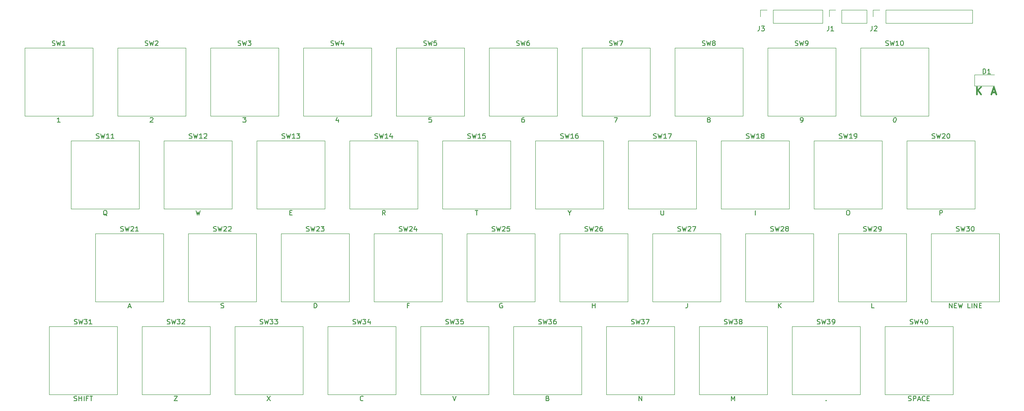
<source format=gbr>
%TF.GenerationSoftware,KiCad,Pcbnew,9.0.2*%
%TF.CreationDate,2025-07-24T10:59:42+01:00*%
%TF.ProjectId,ZX-81Keyboard_v1.1,5a582d38-314b-4657-9962-6f6172645f76,rev?*%
%TF.SameCoordinates,Original*%
%TF.FileFunction,Legend,Top*%
%TF.FilePolarity,Positive*%
%FSLAX46Y46*%
G04 Gerber Fmt 4.6, Leading zero omitted, Abs format (unit mm)*
G04 Created by KiCad (PCBNEW 9.0.2) date 2025-07-24 10:59:42*
%MOMM*%
%LPD*%
G01*
G04 APERTURE LIST*
%ADD10C,0.300000*%
%ADD11C,0.150000*%
%ADD12C,0.120000*%
G04 APERTURE END LIST*
D10*
X229025142Y-46401328D02*
X229025142Y-44901328D01*
X229882285Y-46401328D02*
X229239428Y-45544185D01*
X229882285Y-44901328D02*
X229025142Y-45758471D01*
X232108857Y-45972757D02*
X232823143Y-45972757D01*
X231966000Y-46401328D02*
X232466000Y-44901328D01*
X232466000Y-44901328D02*
X232966000Y-46401328D01*
D11*
X120030476Y-93463200D02*
X120173333Y-93510819D01*
X120173333Y-93510819D02*
X120411428Y-93510819D01*
X120411428Y-93510819D02*
X120506666Y-93463200D01*
X120506666Y-93463200D02*
X120554285Y-93415580D01*
X120554285Y-93415580D02*
X120601904Y-93320342D01*
X120601904Y-93320342D02*
X120601904Y-93225104D01*
X120601904Y-93225104D02*
X120554285Y-93129866D01*
X120554285Y-93129866D02*
X120506666Y-93082247D01*
X120506666Y-93082247D02*
X120411428Y-93034628D01*
X120411428Y-93034628D02*
X120220952Y-92987009D01*
X120220952Y-92987009D02*
X120125714Y-92939390D01*
X120125714Y-92939390D02*
X120078095Y-92891771D01*
X120078095Y-92891771D02*
X120030476Y-92796533D01*
X120030476Y-92796533D02*
X120030476Y-92701295D01*
X120030476Y-92701295D02*
X120078095Y-92606057D01*
X120078095Y-92606057D02*
X120125714Y-92558438D01*
X120125714Y-92558438D02*
X120220952Y-92510819D01*
X120220952Y-92510819D02*
X120459047Y-92510819D01*
X120459047Y-92510819D02*
X120601904Y-92558438D01*
X120935238Y-92510819D02*
X121173333Y-93510819D01*
X121173333Y-93510819D02*
X121363809Y-92796533D01*
X121363809Y-92796533D02*
X121554285Y-93510819D01*
X121554285Y-93510819D02*
X121792381Y-92510819D01*
X122078095Y-92510819D02*
X122697142Y-92510819D01*
X122697142Y-92510819D02*
X122363809Y-92891771D01*
X122363809Y-92891771D02*
X122506666Y-92891771D01*
X122506666Y-92891771D02*
X122601904Y-92939390D01*
X122601904Y-92939390D02*
X122649523Y-92987009D01*
X122649523Y-92987009D02*
X122697142Y-93082247D01*
X122697142Y-93082247D02*
X122697142Y-93320342D01*
X122697142Y-93320342D02*
X122649523Y-93415580D01*
X122649523Y-93415580D02*
X122601904Y-93463200D01*
X122601904Y-93463200D02*
X122506666Y-93510819D01*
X122506666Y-93510819D02*
X122220952Y-93510819D01*
X122220952Y-93510819D02*
X122125714Y-93463200D01*
X122125714Y-93463200D02*
X122078095Y-93415580D01*
X123601904Y-92510819D02*
X123125714Y-92510819D01*
X123125714Y-92510819D02*
X123078095Y-92987009D01*
X123078095Y-92987009D02*
X123125714Y-92939390D01*
X123125714Y-92939390D02*
X123220952Y-92891771D01*
X123220952Y-92891771D02*
X123459047Y-92891771D01*
X123459047Y-92891771D02*
X123554285Y-92939390D01*
X123554285Y-92939390D02*
X123601904Y-92987009D01*
X123601904Y-92987009D02*
X123649523Y-93082247D01*
X123649523Y-93082247D02*
X123649523Y-93320342D01*
X123649523Y-93320342D02*
X123601904Y-93415580D01*
X123601904Y-93415580D02*
X123554285Y-93463200D01*
X123554285Y-93463200D02*
X123459047Y-93510819D01*
X123459047Y-93510819D02*
X123220952Y-93510819D01*
X123220952Y-93510819D02*
X123125714Y-93463200D01*
X123125714Y-93463200D02*
X123078095Y-93415580D01*
X121506667Y-108258819D02*
X121840000Y-109258819D01*
X121840000Y-109258819D02*
X122173333Y-108258819D01*
X198604666Y-32350819D02*
X198604666Y-33065104D01*
X198604666Y-33065104D02*
X198557047Y-33207961D01*
X198557047Y-33207961D02*
X198461809Y-33303200D01*
X198461809Y-33303200D02*
X198318952Y-33350819D01*
X198318952Y-33350819D02*
X198223714Y-33350819D01*
X199604666Y-33350819D02*
X199033238Y-33350819D01*
X199318952Y-33350819D02*
X199318952Y-32350819D01*
X199318952Y-32350819D02*
X199223714Y-32493676D01*
X199223714Y-32493676D02*
X199128476Y-32588914D01*
X199128476Y-32588914D02*
X199033238Y-32636533D01*
X153606667Y-36313200D02*
X153749524Y-36360819D01*
X153749524Y-36360819D02*
X153987619Y-36360819D01*
X153987619Y-36360819D02*
X154082857Y-36313200D01*
X154082857Y-36313200D02*
X154130476Y-36265580D01*
X154130476Y-36265580D02*
X154178095Y-36170342D01*
X154178095Y-36170342D02*
X154178095Y-36075104D01*
X154178095Y-36075104D02*
X154130476Y-35979866D01*
X154130476Y-35979866D02*
X154082857Y-35932247D01*
X154082857Y-35932247D02*
X153987619Y-35884628D01*
X153987619Y-35884628D02*
X153797143Y-35837009D01*
X153797143Y-35837009D02*
X153701905Y-35789390D01*
X153701905Y-35789390D02*
X153654286Y-35741771D01*
X153654286Y-35741771D02*
X153606667Y-35646533D01*
X153606667Y-35646533D02*
X153606667Y-35551295D01*
X153606667Y-35551295D02*
X153654286Y-35456057D01*
X153654286Y-35456057D02*
X153701905Y-35408438D01*
X153701905Y-35408438D02*
X153797143Y-35360819D01*
X153797143Y-35360819D02*
X154035238Y-35360819D01*
X154035238Y-35360819D02*
X154178095Y-35408438D01*
X154511429Y-35360819D02*
X154749524Y-36360819D01*
X154749524Y-36360819D02*
X154940000Y-35646533D01*
X154940000Y-35646533D02*
X155130476Y-36360819D01*
X155130476Y-36360819D02*
X155368572Y-35360819D01*
X155654286Y-35360819D02*
X156320952Y-35360819D01*
X156320952Y-35360819D02*
X155892381Y-36360819D01*
X154606667Y-51108819D02*
X155273333Y-51108819D01*
X155273333Y-51108819D02*
X154844762Y-52108819D01*
X86455476Y-55363200D02*
X86598333Y-55410819D01*
X86598333Y-55410819D02*
X86836428Y-55410819D01*
X86836428Y-55410819D02*
X86931666Y-55363200D01*
X86931666Y-55363200D02*
X86979285Y-55315580D01*
X86979285Y-55315580D02*
X87026904Y-55220342D01*
X87026904Y-55220342D02*
X87026904Y-55125104D01*
X87026904Y-55125104D02*
X86979285Y-55029866D01*
X86979285Y-55029866D02*
X86931666Y-54982247D01*
X86931666Y-54982247D02*
X86836428Y-54934628D01*
X86836428Y-54934628D02*
X86645952Y-54887009D01*
X86645952Y-54887009D02*
X86550714Y-54839390D01*
X86550714Y-54839390D02*
X86503095Y-54791771D01*
X86503095Y-54791771D02*
X86455476Y-54696533D01*
X86455476Y-54696533D02*
X86455476Y-54601295D01*
X86455476Y-54601295D02*
X86503095Y-54506057D01*
X86503095Y-54506057D02*
X86550714Y-54458438D01*
X86550714Y-54458438D02*
X86645952Y-54410819D01*
X86645952Y-54410819D02*
X86884047Y-54410819D01*
X86884047Y-54410819D02*
X87026904Y-54458438D01*
X87360238Y-54410819D02*
X87598333Y-55410819D01*
X87598333Y-55410819D02*
X87788809Y-54696533D01*
X87788809Y-54696533D02*
X87979285Y-55410819D01*
X87979285Y-55410819D02*
X88217381Y-54410819D01*
X89122142Y-55410819D02*
X88550714Y-55410819D01*
X88836428Y-55410819D02*
X88836428Y-54410819D01*
X88836428Y-54410819D02*
X88741190Y-54553676D01*
X88741190Y-54553676D02*
X88645952Y-54648914D01*
X88645952Y-54648914D02*
X88550714Y-54696533D01*
X89455476Y-54410819D02*
X90074523Y-54410819D01*
X90074523Y-54410819D02*
X89741190Y-54791771D01*
X89741190Y-54791771D02*
X89884047Y-54791771D01*
X89884047Y-54791771D02*
X89979285Y-54839390D01*
X89979285Y-54839390D02*
X90026904Y-54887009D01*
X90026904Y-54887009D02*
X90074523Y-54982247D01*
X90074523Y-54982247D02*
X90074523Y-55220342D01*
X90074523Y-55220342D02*
X90026904Y-55315580D01*
X90026904Y-55315580D02*
X89979285Y-55363200D01*
X89979285Y-55363200D02*
X89884047Y-55410819D01*
X89884047Y-55410819D02*
X89598333Y-55410819D01*
X89598333Y-55410819D02*
X89503095Y-55363200D01*
X89503095Y-55363200D02*
X89455476Y-55315580D01*
X88050714Y-70635009D02*
X88384047Y-70635009D01*
X88526904Y-71158819D02*
X88050714Y-71158819D01*
X88050714Y-71158819D02*
X88050714Y-70158819D01*
X88050714Y-70158819D02*
X88526904Y-70158819D01*
X81930476Y-93463200D02*
X82073333Y-93510819D01*
X82073333Y-93510819D02*
X82311428Y-93510819D01*
X82311428Y-93510819D02*
X82406666Y-93463200D01*
X82406666Y-93463200D02*
X82454285Y-93415580D01*
X82454285Y-93415580D02*
X82501904Y-93320342D01*
X82501904Y-93320342D02*
X82501904Y-93225104D01*
X82501904Y-93225104D02*
X82454285Y-93129866D01*
X82454285Y-93129866D02*
X82406666Y-93082247D01*
X82406666Y-93082247D02*
X82311428Y-93034628D01*
X82311428Y-93034628D02*
X82120952Y-92987009D01*
X82120952Y-92987009D02*
X82025714Y-92939390D01*
X82025714Y-92939390D02*
X81978095Y-92891771D01*
X81978095Y-92891771D02*
X81930476Y-92796533D01*
X81930476Y-92796533D02*
X81930476Y-92701295D01*
X81930476Y-92701295D02*
X81978095Y-92606057D01*
X81978095Y-92606057D02*
X82025714Y-92558438D01*
X82025714Y-92558438D02*
X82120952Y-92510819D01*
X82120952Y-92510819D02*
X82359047Y-92510819D01*
X82359047Y-92510819D02*
X82501904Y-92558438D01*
X82835238Y-92510819D02*
X83073333Y-93510819D01*
X83073333Y-93510819D02*
X83263809Y-92796533D01*
X83263809Y-92796533D02*
X83454285Y-93510819D01*
X83454285Y-93510819D02*
X83692381Y-92510819D01*
X83978095Y-92510819D02*
X84597142Y-92510819D01*
X84597142Y-92510819D02*
X84263809Y-92891771D01*
X84263809Y-92891771D02*
X84406666Y-92891771D01*
X84406666Y-92891771D02*
X84501904Y-92939390D01*
X84501904Y-92939390D02*
X84549523Y-92987009D01*
X84549523Y-92987009D02*
X84597142Y-93082247D01*
X84597142Y-93082247D02*
X84597142Y-93320342D01*
X84597142Y-93320342D02*
X84549523Y-93415580D01*
X84549523Y-93415580D02*
X84501904Y-93463200D01*
X84501904Y-93463200D02*
X84406666Y-93510819D01*
X84406666Y-93510819D02*
X84120952Y-93510819D01*
X84120952Y-93510819D02*
X84025714Y-93463200D01*
X84025714Y-93463200D02*
X83978095Y-93415580D01*
X84930476Y-92510819D02*
X85549523Y-92510819D01*
X85549523Y-92510819D02*
X85216190Y-92891771D01*
X85216190Y-92891771D02*
X85359047Y-92891771D01*
X85359047Y-92891771D02*
X85454285Y-92939390D01*
X85454285Y-92939390D02*
X85501904Y-92987009D01*
X85501904Y-92987009D02*
X85549523Y-93082247D01*
X85549523Y-93082247D02*
X85549523Y-93320342D01*
X85549523Y-93320342D02*
X85501904Y-93415580D01*
X85501904Y-93415580D02*
X85454285Y-93463200D01*
X85454285Y-93463200D02*
X85359047Y-93510819D01*
X85359047Y-93510819D02*
X85073333Y-93510819D01*
X85073333Y-93510819D02*
X84978095Y-93463200D01*
X84978095Y-93463200D02*
X84930476Y-93415580D01*
X83406667Y-108258819D02*
X84073333Y-109258819D01*
X84073333Y-108258819D02*
X83406667Y-109258819D01*
X91455476Y-74413200D02*
X91598333Y-74460819D01*
X91598333Y-74460819D02*
X91836428Y-74460819D01*
X91836428Y-74460819D02*
X91931666Y-74413200D01*
X91931666Y-74413200D02*
X91979285Y-74365580D01*
X91979285Y-74365580D02*
X92026904Y-74270342D01*
X92026904Y-74270342D02*
X92026904Y-74175104D01*
X92026904Y-74175104D02*
X91979285Y-74079866D01*
X91979285Y-74079866D02*
X91931666Y-74032247D01*
X91931666Y-74032247D02*
X91836428Y-73984628D01*
X91836428Y-73984628D02*
X91645952Y-73937009D01*
X91645952Y-73937009D02*
X91550714Y-73889390D01*
X91550714Y-73889390D02*
X91503095Y-73841771D01*
X91503095Y-73841771D02*
X91455476Y-73746533D01*
X91455476Y-73746533D02*
X91455476Y-73651295D01*
X91455476Y-73651295D02*
X91503095Y-73556057D01*
X91503095Y-73556057D02*
X91550714Y-73508438D01*
X91550714Y-73508438D02*
X91645952Y-73460819D01*
X91645952Y-73460819D02*
X91884047Y-73460819D01*
X91884047Y-73460819D02*
X92026904Y-73508438D01*
X92360238Y-73460819D02*
X92598333Y-74460819D01*
X92598333Y-74460819D02*
X92788809Y-73746533D01*
X92788809Y-73746533D02*
X92979285Y-74460819D01*
X92979285Y-74460819D02*
X93217381Y-73460819D01*
X93550714Y-73556057D02*
X93598333Y-73508438D01*
X93598333Y-73508438D02*
X93693571Y-73460819D01*
X93693571Y-73460819D02*
X93931666Y-73460819D01*
X93931666Y-73460819D02*
X94026904Y-73508438D01*
X94026904Y-73508438D02*
X94074523Y-73556057D01*
X94074523Y-73556057D02*
X94122142Y-73651295D01*
X94122142Y-73651295D02*
X94122142Y-73746533D01*
X94122142Y-73746533D02*
X94074523Y-73889390D01*
X94074523Y-73889390D02*
X93503095Y-74460819D01*
X93503095Y-74460819D02*
X94122142Y-74460819D01*
X94455476Y-73460819D02*
X95074523Y-73460819D01*
X95074523Y-73460819D02*
X94741190Y-73841771D01*
X94741190Y-73841771D02*
X94884047Y-73841771D01*
X94884047Y-73841771D02*
X94979285Y-73889390D01*
X94979285Y-73889390D02*
X95026904Y-73937009D01*
X95026904Y-73937009D02*
X95074523Y-74032247D01*
X95074523Y-74032247D02*
X95074523Y-74270342D01*
X95074523Y-74270342D02*
X95026904Y-74365580D01*
X95026904Y-74365580D02*
X94979285Y-74413200D01*
X94979285Y-74413200D02*
X94884047Y-74460819D01*
X94884047Y-74460819D02*
X94598333Y-74460819D01*
X94598333Y-74460819D02*
X94503095Y-74413200D01*
X94503095Y-74413200D02*
X94455476Y-74365580D01*
X93003095Y-90208819D02*
X93003095Y-89208819D01*
X93003095Y-89208819D02*
X93241190Y-89208819D01*
X93241190Y-89208819D02*
X93384047Y-89256438D01*
X93384047Y-89256438D02*
X93479285Y-89351676D01*
X93479285Y-89351676D02*
X93526904Y-89446914D01*
X93526904Y-89446914D02*
X93574523Y-89637390D01*
X93574523Y-89637390D02*
X93574523Y-89780247D01*
X93574523Y-89780247D02*
X93526904Y-89970723D01*
X93526904Y-89970723D02*
X93479285Y-90065961D01*
X93479285Y-90065961D02*
X93384047Y-90161200D01*
X93384047Y-90161200D02*
X93241190Y-90208819D01*
X93241190Y-90208819D02*
X93003095Y-90208819D01*
X143605476Y-55363200D02*
X143748333Y-55410819D01*
X143748333Y-55410819D02*
X143986428Y-55410819D01*
X143986428Y-55410819D02*
X144081666Y-55363200D01*
X144081666Y-55363200D02*
X144129285Y-55315580D01*
X144129285Y-55315580D02*
X144176904Y-55220342D01*
X144176904Y-55220342D02*
X144176904Y-55125104D01*
X144176904Y-55125104D02*
X144129285Y-55029866D01*
X144129285Y-55029866D02*
X144081666Y-54982247D01*
X144081666Y-54982247D02*
X143986428Y-54934628D01*
X143986428Y-54934628D02*
X143795952Y-54887009D01*
X143795952Y-54887009D02*
X143700714Y-54839390D01*
X143700714Y-54839390D02*
X143653095Y-54791771D01*
X143653095Y-54791771D02*
X143605476Y-54696533D01*
X143605476Y-54696533D02*
X143605476Y-54601295D01*
X143605476Y-54601295D02*
X143653095Y-54506057D01*
X143653095Y-54506057D02*
X143700714Y-54458438D01*
X143700714Y-54458438D02*
X143795952Y-54410819D01*
X143795952Y-54410819D02*
X144034047Y-54410819D01*
X144034047Y-54410819D02*
X144176904Y-54458438D01*
X144510238Y-54410819D02*
X144748333Y-55410819D01*
X144748333Y-55410819D02*
X144938809Y-54696533D01*
X144938809Y-54696533D02*
X145129285Y-55410819D01*
X145129285Y-55410819D02*
X145367381Y-54410819D01*
X146272142Y-55410819D02*
X145700714Y-55410819D01*
X145986428Y-55410819D02*
X145986428Y-54410819D01*
X145986428Y-54410819D02*
X145891190Y-54553676D01*
X145891190Y-54553676D02*
X145795952Y-54648914D01*
X145795952Y-54648914D02*
X145700714Y-54696533D01*
X147129285Y-54410819D02*
X146938809Y-54410819D01*
X146938809Y-54410819D02*
X146843571Y-54458438D01*
X146843571Y-54458438D02*
X146795952Y-54506057D01*
X146795952Y-54506057D02*
X146700714Y-54648914D01*
X146700714Y-54648914D02*
X146653095Y-54839390D01*
X146653095Y-54839390D02*
X146653095Y-55220342D01*
X146653095Y-55220342D02*
X146700714Y-55315580D01*
X146700714Y-55315580D02*
X146748333Y-55363200D01*
X146748333Y-55363200D02*
X146843571Y-55410819D01*
X146843571Y-55410819D02*
X147034047Y-55410819D01*
X147034047Y-55410819D02*
X147129285Y-55363200D01*
X147129285Y-55363200D02*
X147176904Y-55315580D01*
X147176904Y-55315580D02*
X147224523Y-55220342D01*
X147224523Y-55220342D02*
X147224523Y-54982247D01*
X147224523Y-54982247D02*
X147176904Y-54887009D01*
X147176904Y-54887009D02*
X147129285Y-54839390D01*
X147129285Y-54839390D02*
X147034047Y-54791771D01*
X147034047Y-54791771D02*
X146843571Y-54791771D01*
X146843571Y-54791771D02*
X146748333Y-54839390D01*
X146748333Y-54839390D02*
X146700714Y-54887009D01*
X146700714Y-54887009D02*
X146653095Y-54982247D01*
X145415000Y-70682628D02*
X145415000Y-71158819D01*
X145081667Y-70158819D02*
X145415000Y-70682628D01*
X145415000Y-70682628D02*
X145748333Y-70158819D01*
X191706667Y-36313200D02*
X191849524Y-36360819D01*
X191849524Y-36360819D02*
X192087619Y-36360819D01*
X192087619Y-36360819D02*
X192182857Y-36313200D01*
X192182857Y-36313200D02*
X192230476Y-36265580D01*
X192230476Y-36265580D02*
X192278095Y-36170342D01*
X192278095Y-36170342D02*
X192278095Y-36075104D01*
X192278095Y-36075104D02*
X192230476Y-35979866D01*
X192230476Y-35979866D02*
X192182857Y-35932247D01*
X192182857Y-35932247D02*
X192087619Y-35884628D01*
X192087619Y-35884628D02*
X191897143Y-35837009D01*
X191897143Y-35837009D02*
X191801905Y-35789390D01*
X191801905Y-35789390D02*
X191754286Y-35741771D01*
X191754286Y-35741771D02*
X191706667Y-35646533D01*
X191706667Y-35646533D02*
X191706667Y-35551295D01*
X191706667Y-35551295D02*
X191754286Y-35456057D01*
X191754286Y-35456057D02*
X191801905Y-35408438D01*
X191801905Y-35408438D02*
X191897143Y-35360819D01*
X191897143Y-35360819D02*
X192135238Y-35360819D01*
X192135238Y-35360819D02*
X192278095Y-35408438D01*
X192611429Y-35360819D02*
X192849524Y-36360819D01*
X192849524Y-36360819D02*
X193040000Y-35646533D01*
X193040000Y-35646533D02*
X193230476Y-36360819D01*
X193230476Y-36360819D02*
X193468572Y-35360819D01*
X193897143Y-36360819D02*
X194087619Y-36360819D01*
X194087619Y-36360819D02*
X194182857Y-36313200D01*
X194182857Y-36313200D02*
X194230476Y-36265580D01*
X194230476Y-36265580D02*
X194325714Y-36122723D01*
X194325714Y-36122723D02*
X194373333Y-35932247D01*
X194373333Y-35932247D02*
X194373333Y-35551295D01*
X194373333Y-35551295D02*
X194325714Y-35456057D01*
X194325714Y-35456057D02*
X194278095Y-35408438D01*
X194278095Y-35408438D02*
X194182857Y-35360819D01*
X194182857Y-35360819D02*
X193992381Y-35360819D01*
X193992381Y-35360819D02*
X193897143Y-35408438D01*
X193897143Y-35408438D02*
X193849524Y-35456057D01*
X193849524Y-35456057D02*
X193801905Y-35551295D01*
X193801905Y-35551295D02*
X193801905Y-35789390D01*
X193801905Y-35789390D02*
X193849524Y-35884628D01*
X193849524Y-35884628D02*
X193897143Y-35932247D01*
X193897143Y-35932247D02*
X193992381Y-35979866D01*
X193992381Y-35979866D02*
X194182857Y-35979866D01*
X194182857Y-35979866D02*
X194278095Y-35932247D01*
X194278095Y-35932247D02*
X194325714Y-35884628D01*
X194325714Y-35884628D02*
X194373333Y-35789390D01*
X192849524Y-52108819D02*
X193040000Y-52108819D01*
X193040000Y-52108819D02*
X193135238Y-52061200D01*
X193135238Y-52061200D02*
X193182857Y-52013580D01*
X193182857Y-52013580D02*
X193278095Y-51870723D01*
X193278095Y-51870723D02*
X193325714Y-51680247D01*
X193325714Y-51680247D02*
X193325714Y-51299295D01*
X193325714Y-51299295D02*
X193278095Y-51204057D01*
X193278095Y-51204057D02*
X193230476Y-51156438D01*
X193230476Y-51156438D02*
X193135238Y-51108819D01*
X193135238Y-51108819D02*
X192944762Y-51108819D01*
X192944762Y-51108819D02*
X192849524Y-51156438D01*
X192849524Y-51156438D02*
X192801905Y-51204057D01*
X192801905Y-51204057D02*
X192754286Y-51299295D01*
X192754286Y-51299295D02*
X192754286Y-51537390D01*
X192754286Y-51537390D02*
X192801905Y-51632628D01*
X192801905Y-51632628D02*
X192849524Y-51680247D01*
X192849524Y-51680247D02*
X192944762Y-51727866D01*
X192944762Y-51727866D02*
X193135238Y-51727866D01*
X193135238Y-51727866D02*
X193230476Y-51680247D01*
X193230476Y-51680247D02*
X193278095Y-51632628D01*
X193278095Y-51632628D02*
X193325714Y-51537390D01*
X219805476Y-55363200D02*
X219948333Y-55410819D01*
X219948333Y-55410819D02*
X220186428Y-55410819D01*
X220186428Y-55410819D02*
X220281666Y-55363200D01*
X220281666Y-55363200D02*
X220329285Y-55315580D01*
X220329285Y-55315580D02*
X220376904Y-55220342D01*
X220376904Y-55220342D02*
X220376904Y-55125104D01*
X220376904Y-55125104D02*
X220329285Y-55029866D01*
X220329285Y-55029866D02*
X220281666Y-54982247D01*
X220281666Y-54982247D02*
X220186428Y-54934628D01*
X220186428Y-54934628D02*
X219995952Y-54887009D01*
X219995952Y-54887009D02*
X219900714Y-54839390D01*
X219900714Y-54839390D02*
X219853095Y-54791771D01*
X219853095Y-54791771D02*
X219805476Y-54696533D01*
X219805476Y-54696533D02*
X219805476Y-54601295D01*
X219805476Y-54601295D02*
X219853095Y-54506057D01*
X219853095Y-54506057D02*
X219900714Y-54458438D01*
X219900714Y-54458438D02*
X219995952Y-54410819D01*
X219995952Y-54410819D02*
X220234047Y-54410819D01*
X220234047Y-54410819D02*
X220376904Y-54458438D01*
X220710238Y-54410819D02*
X220948333Y-55410819D01*
X220948333Y-55410819D02*
X221138809Y-54696533D01*
X221138809Y-54696533D02*
X221329285Y-55410819D01*
X221329285Y-55410819D02*
X221567381Y-54410819D01*
X221900714Y-54506057D02*
X221948333Y-54458438D01*
X221948333Y-54458438D02*
X222043571Y-54410819D01*
X222043571Y-54410819D02*
X222281666Y-54410819D01*
X222281666Y-54410819D02*
X222376904Y-54458438D01*
X222376904Y-54458438D02*
X222424523Y-54506057D01*
X222424523Y-54506057D02*
X222472142Y-54601295D01*
X222472142Y-54601295D02*
X222472142Y-54696533D01*
X222472142Y-54696533D02*
X222424523Y-54839390D01*
X222424523Y-54839390D02*
X221853095Y-55410819D01*
X221853095Y-55410819D02*
X222472142Y-55410819D01*
X223091190Y-54410819D02*
X223186428Y-54410819D01*
X223186428Y-54410819D02*
X223281666Y-54458438D01*
X223281666Y-54458438D02*
X223329285Y-54506057D01*
X223329285Y-54506057D02*
X223376904Y-54601295D01*
X223376904Y-54601295D02*
X223424523Y-54791771D01*
X223424523Y-54791771D02*
X223424523Y-55029866D01*
X223424523Y-55029866D02*
X223376904Y-55220342D01*
X223376904Y-55220342D02*
X223329285Y-55315580D01*
X223329285Y-55315580D02*
X223281666Y-55363200D01*
X223281666Y-55363200D02*
X223186428Y-55410819D01*
X223186428Y-55410819D02*
X223091190Y-55410819D01*
X223091190Y-55410819D02*
X222995952Y-55363200D01*
X222995952Y-55363200D02*
X222948333Y-55315580D01*
X222948333Y-55315580D02*
X222900714Y-55220342D01*
X222900714Y-55220342D02*
X222853095Y-55029866D01*
X222853095Y-55029866D02*
X222853095Y-54791771D01*
X222853095Y-54791771D02*
X222900714Y-54601295D01*
X222900714Y-54601295D02*
X222948333Y-54506057D01*
X222948333Y-54506057D02*
X222995952Y-54458438D01*
X222995952Y-54458438D02*
X223091190Y-54410819D01*
X221353095Y-71158819D02*
X221353095Y-70158819D01*
X221353095Y-70158819D02*
X221734047Y-70158819D01*
X221734047Y-70158819D02*
X221829285Y-70206438D01*
X221829285Y-70206438D02*
X221876904Y-70254057D01*
X221876904Y-70254057D02*
X221924523Y-70349295D01*
X221924523Y-70349295D02*
X221924523Y-70492152D01*
X221924523Y-70492152D02*
X221876904Y-70587390D01*
X221876904Y-70587390D02*
X221829285Y-70635009D01*
X221829285Y-70635009D02*
X221734047Y-70682628D01*
X221734047Y-70682628D02*
X221353095Y-70682628D01*
X139080476Y-93463200D02*
X139223333Y-93510819D01*
X139223333Y-93510819D02*
X139461428Y-93510819D01*
X139461428Y-93510819D02*
X139556666Y-93463200D01*
X139556666Y-93463200D02*
X139604285Y-93415580D01*
X139604285Y-93415580D02*
X139651904Y-93320342D01*
X139651904Y-93320342D02*
X139651904Y-93225104D01*
X139651904Y-93225104D02*
X139604285Y-93129866D01*
X139604285Y-93129866D02*
X139556666Y-93082247D01*
X139556666Y-93082247D02*
X139461428Y-93034628D01*
X139461428Y-93034628D02*
X139270952Y-92987009D01*
X139270952Y-92987009D02*
X139175714Y-92939390D01*
X139175714Y-92939390D02*
X139128095Y-92891771D01*
X139128095Y-92891771D02*
X139080476Y-92796533D01*
X139080476Y-92796533D02*
X139080476Y-92701295D01*
X139080476Y-92701295D02*
X139128095Y-92606057D01*
X139128095Y-92606057D02*
X139175714Y-92558438D01*
X139175714Y-92558438D02*
X139270952Y-92510819D01*
X139270952Y-92510819D02*
X139509047Y-92510819D01*
X139509047Y-92510819D02*
X139651904Y-92558438D01*
X139985238Y-92510819D02*
X140223333Y-93510819D01*
X140223333Y-93510819D02*
X140413809Y-92796533D01*
X140413809Y-92796533D02*
X140604285Y-93510819D01*
X140604285Y-93510819D02*
X140842381Y-92510819D01*
X141128095Y-92510819D02*
X141747142Y-92510819D01*
X141747142Y-92510819D02*
X141413809Y-92891771D01*
X141413809Y-92891771D02*
X141556666Y-92891771D01*
X141556666Y-92891771D02*
X141651904Y-92939390D01*
X141651904Y-92939390D02*
X141699523Y-92987009D01*
X141699523Y-92987009D02*
X141747142Y-93082247D01*
X141747142Y-93082247D02*
X141747142Y-93320342D01*
X141747142Y-93320342D02*
X141699523Y-93415580D01*
X141699523Y-93415580D02*
X141651904Y-93463200D01*
X141651904Y-93463200D02*
X141556666Y-93510819D01*
X141556666Y-93510819D02*
X141270952Y-93510819D01*
X141270952Y-93510819D02*
X141175714Y-93463200D01*
X141175714Y-93463200D02*
X141128095Y-93415580D01*
X142604285Y-92510819D02*
X142413809Y-92510819D01*
X142413809Y-92510819D02*
X142318571Y-92558438D01*
X142318571Y-92558438D02*
X142270952Y-92606057D01*
X142270952Y-92606057D02*
X142175714Y-92748914D01*
X142175714Y-92748914D02*
X142128095Y-92939390D01*
X142128095Y-92939390D02*
X142128095Y-93320342D01*
X142128095Y-93320342D02*
X142175714Y-93415580D01*
X142175714Y-93415580D02*
X142223333Y-93463200D01*
X142223333Y-93463200D02*
X142318571Y-93510819D01*
X142318571Y-93510819D02*
X142509047Y-93510819D01*
X142509047Y-93510819D02*
X142604285Y-93463200D01*
X142604285Y-93463200D02*
X142651904Y-93415580D01*
X142651904Y-93415580D02*
X142699523Y-93320342D01*
X142699523Y-93320342D02*
X142699523Y-93082247D01*
X142699523Y-93082247D02*
X142651904Y-92987009D01*
X142651904Y-92987009D02*
X142604285Y-92939390D01*
X142604285Y-92939390D02*
X142509047Y-92891771D01*
X142509047Y-92891771D02*
X142318571Y-92891771D01*
X142318571Y-92891771D02*
X142223333Y-92939390D01*
X142223333Y-92939390D02*
X142175714Y-92987009D01*
X142175714Y-92987009D02*
X142128095Y-93082247D01*
X140961428Y-108735009D02*
X141104285Y-108782628D01*
X141104285Y-108782628D02*
X141151904Y-108830247D01*
X141151904Y-108830247D02*
X141199523Y-108925485D01*
X141199523Y-108925485D02*
X141199523Y-109068342D01*
X141199523Y-109068342D02*
X141151904Y-109163580D01*
X141151904Y-109163580D02*
X141104285Y-109211200D01*
X141104285Y-109211200D02*
X141009047Y-109258819D01*
X141009047Y-109258819D02*
X140628095Y-109258819D01*
X140628095Y-109258819D02*
X140628095Y-108258819D01*
X140628095Y-108258819D02*
X140961428Y-108258819D01*
X140961428Y-108258819D02*
X141056666Y-108306438D01*
X141056666Y-108306438D02*
X141104285Y-108354057D01*
X141104285Y-108354057D02*
X141151904Y-108449295D01*
X141151904Y-108449295D02*
X141151904Y-108544533D01*
X141151904Y-108544533D02*
X141104285Y-108639771D01*
X141104285Y-108639771D02*
X141056666Y-108687390D01*
X141056666Y-108687390D02*
X140961428Y-108735009D01*
X140961428Y-108735009D02*
X140628095Y-108735009D01*
X196230476Y-93463200D02*
X196373333Y-93510819D01*
X196373333Y-93510819D02*
X196611428Y-93510819D01*
X196611428Y-93510819D02*
X196706666Y-93463200D01*
X196706666Y-93463200D02*
X196754285Y-93415580D01*
X196754285Y-93415580D02*
X196801904Y-93320342D01*
X196801904Y-93320342D02*
X196801904Y-93225104D01*
X196801904Y-93225104D02*
X196754285Y-93129866D01*
X196754285Y-93129866D02*
X196706666Y-93082247D01*
X196706666Y-93082247D02*
X196611428Y-93034628D01*
X196611428Y-93034628D02*
X196420952Y-92987009D01*
X196420952Y-92987009D02*
X196325714Y-92939390D01*
X196325714Y-92939390D02*
X196278095Y-92891771D01*
X196278095Y-92891771D02*
X196230476Y-92796533D01*
X196230476Y-92796533D02*
X196230476Y-92701295D01*
X196230476Y-92701295D02*
X196278095Y-92606057D01*
X196278095Y-92606057D02*
X196325714Y-92558438D01*
X196325714Y-92558438D02*
X196420952Y-92510819D01*
X196420952Y-92510819D02*
X196659047Y-92510819D01*
X196659047Y-92510819D02*
X196801904Y-92558438D01*
X197135238Y-92510819D02*
X197373333Y-93510819D01*
X197373333Y-93510819D02*
X197563809Y-92796533D01*
X197563809Y-92796533D02*
X197754285Y-93510819D01*
X197754285Y-93510819D02*
X197992381Y-92510819D01*
X198278095Y-92510819D02*
X198897142Y-92510819D01*
X198897142Y-92510819D02*
X198563809Y-92891771D01*
X198563809Y-92891771D02*
X198706666Y-92891771D01*
X198706666Y-92891771D02*
X198801904Y-92939390D01*
X198801904Y-92939390D02*
X198849523Y-92987009D01*
X198849523Y-92987009D02*
X198897142Y-93082247D01*
X198897142Y-93082247D02*
X198897142Y-93320342D01*
X198897142Y-93320342D02*
X198849523Y-93415580D01*
X198849523Y-93415580D02*
X198801904Y-93463200D01*
X198801904Y-93463200D02*
X198706666Y-93510819D01*
X198706666Y-93510819D02*
X198420952Y-93510819D01*
X198420952Y-93510819D02*
X198325714Y-93463200D01*
X198325714Y-93463200D02*
X198278095Y-93415580D01*
X199373333Y-93510819D02*
X199563809Y-93510819D01*
X199563809Y-93510819D02*
X199659047Y-93463200D01*
X199659047Y-93463200D02*
X199706666Y-93415580D01*
X199706666Y-93415580D02*
X199801904Y-93272723D01*
X199801904Y-93272723D02*
X199849523Y-93082247D01*
X199849523Y-93082247D02*
X199849523Y-92701295D01*
X199849523Y-92701295D02*
X199801904Y-92606057D01*
X199801904Y-92606057D02*
X199754285Y-92558438D01*
X199754285Y-92558438D02*
X199659047Y-92510819D01*
X199659047Y-92510819D02*
X199468571Y-92510819D01*
X199468571Y-92510819D02*
X199373333Y-92558438D01*
X199373333Y-92558438D02*
X199325714Y-92606057D01*
X199325714Y-92606057D02*
X199278095Y-92701295D01*
X199278095Y-92701295D02*
X199278095Y-92939390D01*
X199278095Y-92939390D02*
X199325714Y-93034628D01*
X199325714Y-93034628D02*
X199373333Y-93082247D01*
X199373333Y-93082247D02*
X199468571Y-93129866D01*
X199468571Y-93129866D02*
X199659047Y-93129866D01*
X199659047Y-93129866D02*
X199754285Y-93082247D01*
X199754285Y-93082247D02*
X199801904Y-93034628D01*
X199801904Y-93034628D02*
X199849523Y-92939390D01*
X198040000Y-109163580D02*
X198087619Y-109211200D01*
X198087619Y-109211200D02*
X198040000Y-109258819D01*
X198040000Y-109258819D02*
X197992381Y-109211200D01*
X197992381Y-109211200D02*
X198040000Y-109163580D01*
X198040000Y-109163580D02*
X198040000Y-109258819D01*
X134556667Y-36313200D02*
X134699524Y-36360819D01*
X134699524Y-36360819D02*
X134937619Y-36360819D01*
X134937619Y-36360819D02*
X135032857Y-36313200D01*
X135032857Y-36313200D02*
X135080476Y-36265580D01*
X135080476Y-36265580D02*
X135128095Y-36170342D01*
X135128095Y-36170342D02*
X135128095Y-36075104D01*
X135128095Y-36075104D02*
X135080476Y-35979866D01*
X135080476Y-35979866D02*
X135032857Y-35932247D01*
X135032857Y-35932247D02*
X134937619Y-35884628D01*
X134937619Y-35884628D02*
X134747143Y-35837009D01*
X134747143Y-35837009D02*
X134651905Y-35789390D01*
X134651905Y-35789390D02*
X134604286Y-35741771D01*
X134604286Y-35741771D02*
X134556667Y-35646533D01*
X134556667Y-35646533D02*
X134556667Y-35551295D01*
X134556667Y-35551295D02*
X134604286Y-35456057D01*
X134604286Y-35456057D02*
X134651905Y-35408438D01*
X134651905Y-35408438D02*
X134747143Y-35360819D01*
X134747143Y-35360819D02*
X134985238Y-35360819D01*
X134985238Y-35360819D02*
X135128095Y-35408438D01*
X135461429Y-35360819D02*
X135699524Y-36360819D01*
X135699524Y-36360819D02*
X135890000Y-35646533D01*
X135890000Y-35646533D02*
X136080476Y-36360819D01*
X136080476Y-36360819D02*
X136318572Y-35360819D01*
X137128095Y-35360819D02*
X136937619Y-35360819D01*
X136937619Y-35360819D02*
X136842381Y-35408438D01*
X136842381Y-35408438D02*
X136794762Y-35456057D01*
X136794762Y-35456057D02*
X136699524Y-35598914D01*
X136699524Y-35598914D02*
X136651905Y-35789390D01*
X136651905Y-35789390D02*
X136651905Y-36170342D01*
X136651905Y-36170342D02*
X136699524Y-36265580D01*
X136699524Y-36265580D02*
X136747143Y-36313200D01*
X136747143Y-36313200D02*
X136842381Y-36360819D01*
X136842381Y-36360819D02*
X137032857Y-36360819D01*
X137032857Y-36360819D02*
X137128095Y-36313200D01*
X137128095Y-36313200D02*
X137175714Y-36265580D01*
X137175714Y-36265580D02*
X137223333Y-36170342D01*
X137223333Y-36170342D02*
X137223333Y-35932247D01*
X137223333Y-35932247D02*
X137175714Y-35837009D01*
X137175714Y-35837009D02*
X137128095Y-35789390D01*
X137128095Y-35789390D02*
X137032857Y-35741771D01*
X137032857Y-35741771D02*
X136842381Y-35741771D01*
X136842381Y-35741771D02*
X136747143Y-35789390D01*
X136747143Y-35789390D02*
X136699524Y-35837009D01*
X136699524Y-35837009D02*
X136651905Y-35932247D01*
X136080476Y-51108819D02*
X135890000Y-51108819D01*
X135890000Y-51108819D02*
X135794762Y-51156438D01*
X135794762Y-51156438D02*
X135747143Y-51204057D01*
X135747143Y-51204057D02*
X135651905Y-51346914D01*
X135651905Y-51346914D02*
X135604286Y-51537390D01*
X135604286Y-51537390D02*
X135604286Y-51918342D01*
X135604286Y-51918342D02*
X135651905Y-52013580D01*
X135651905Y-52013580D02*
X135699524Y-52061200D01*
X135699524Y-52061200D02*
X135794762Y-52108819D01*
X135794762Y-52108819D02*
X135985238Y-52108819D01*
X135985238Y-52108819D02*
X136080476Y-52061200D01*
X136080476Y-52061200D02*
X136128095Y-52013580D01*
X136128095Y-52013580D02*
X136175714Y-51918342D01*
X136175714Y-51918342D02*
X136175714Y-51680247D01*
X136175714Y-51680247D02*
X136128095Y-51585009D01*
X136128095Y-51585009D02*
X136080476Y-51537390D01*
X136080476Y-51537390D02*
X135985238Y-51489771D01*
X135985238Y-51489771D02*
X135794762Y-51489771D01*
X135794762Y-51489771D02*
X135699524Y-51537390D01*
X135699524Y-51537390D02*
X135651905Y-51585009D01*
X135651905Y-51585009D02*
X135604286Y-51680247D01*
X62880476Y-93463200D02*
X63023333Y-93510819D01*
X63023333Y-93510819D02*
X63261428Y-93510819D01*
X63261428Y-93510819D02*
X63356666Y-93463200D01*
X63356666Y-93463200D02*
X63404285Y-93415580D01*
X63404285Y-93415580D02*
X63451904Y-93320342D01*
X63451904Y-93320342D02*
X63451904Y-93225104D01*
X63451904Y-93225104D02*
X63404285Y-93129866D01*
X63404285Y-93129866D02*
X63356666Y-93082247D01*
X63356666Y-93082247D02*
X63261428Y-93034628D01*
X63261428Y-93034628D02*
X63070952Y-92987009D01*
X63070952Y-92987009D02*
X62975714Y-92939390D01*
X62975714Y-92939390D02*
X62928095Y-92891771D01*
X62928095Y-92891771D02*
X62880476Y-92796533D01*
X62880476Y-92796533D02*
X62880476Y-92701295D01*
X62880476Y-92701295D02*
X62928095Y-92606057D01*
X62928095Y-92606057D02*
X62975714Y-92558438D01*
X62975714Y-92558438D02*
X63070952Y-92510819D01*
X63070952Y-92510819D02*
X63309047Y-92510819D01*
X63309047Y-92510819D02*
X63451904Y-92558438D01*
X63785238Y-92510819D02*
X64023333Y-93510819D01*
X64023333Y-93510819D02*
X64213809Y-92796533D01*
X64213809Y-92796533D02*
X64404285Y-93510819D01*
X64404285Y-93510819D02*
X64642381Y-92510819D01*
X64928095Y-92510819D02*
X65547142Y-92510819D01*
X65547142Y-92510819D02*
X65213809Y-92891771D01*
X65213809Y-92891771D02*
X65356666Y-92891771D01*
X65356666Y-92891771D02*
X65451904Y-92939390D01*
X65451904Y-92939390D02*
X65499523Y-92987009D01*
X65499523Y-92987009D02*
X65547142Y-93082247D01*
X65547142Y-93082247D02*
X65547142Y-93320342D01*
X65547142Y-93320342D02*
X65499523Y-93415580D01*
X65499523Y-93415580D02*
X65451904Y-93463200D01*
X65451904Y-93463200D02*
X65356666Y-93510819D01*
X65356666Y-93510819D02*
X65070952Y-93510819D01*
X65070952Y-93510819D02*
X64975714Y-93463200D01*
X64975714Y-93463200D02*
X64928095Y-93415580D01*
X65928095Y-92606057D02*
X65975714Y-92558438D01*
X65975714Y-92558438D02*
X66070952Y-92510819D01*
X66070952Y-92510819D02*
X66309047Y-92510819D01*
X66309047Y-92510819D02*
X66404285Y-92558438D01*
X66404285Y-92558438D02*
X66451904Y-92606057D01*
X66451904Y-92606057D02*
X66499523Y-92701295D01*
X66499523Y-92701295D02*
X66499523Y-92796533D01*
X66499523Y-92796533D02*
X66451904Y-92939390D01*
X66451904Y-92939390D02*
X65880476Y-93510819D01*
X65880476Y-93510819D02*
X66499523Y-93510819D01*
X64356667Y-108258819D02*
X65023333Y-108258819D01*
X65023333Y-108258819D02*
X64356667Y-109258819D01*
X64356667Y-109258819D02*
X65023333Y-109258819D01*
X96456667Y-36313200D02*
X96599524Y-36360819D01*
X96599524Y-36360819D02*
X96837619Y-36360819D01*
X96837619Y-36360819D02*
X96932857Y-36313200D01*
X96932857Y-36313200D02*
X96980476Y-36265580D01*
X96980476Y-36265580D02*
X97028095Y-36170342D01*
X97028095Y-36170342D02*
X97028095Y-36075104D01*
X97028095Y-36075104D02*
X96980476Y-35979866D01*
X96980476Y-35979866D02*
X96932857Y-35932247D01*
X96932857Y-35932247D02*
X96837619Y-35884628D01*
X96837619Y-35884628D02*
X96647143Y-35837009D01*
X96647143Y-35837009D02*
X96551905Y-35789390D01*
X96551905Y-35789390D02*
X96504286Y-35741771D01*
X96504286Y-35741771D02*
X96456667Y-35646533D01*
X96456667Y-35646533D02*
X96456667Y-35551295D01*
X96456667Y-35551295D02*
X96504286Y-35456057D01*
X96504286Y-35456057D02*
X96551905Y-35408438D01*
X96551905Y-35408438D02*
X96647143Y-35360819D01*
X96647143Y-35360819D02*
X96885238Y-35360819D01*
X96885238Y-35360819D02*
X97028095Y-35408438D01*
X97361429Y-35360819D02*
X97599524Y-36360819D01*
X97599524Y-36360819D02*
X97790000Y-35646533D01*
X97790000Y-35646533D02*
X97980476Y-36360819D01*
X97980476Y-36360819D02*
X98218572Y-35360819D01*
X99028095Y-35694152D02*
X99028095Y-36360819D01*
X98790000Y-35313200D02*
X98551905Y-36027485D01*
X98551905Y-36027485D02*
X99170952Y-36027485D01*
X97980476Y-51442152D02*
X97980476Y-52108819D01*
X97742381Y-51061200D02*
X97504286Y-51775485D01*
X97504286Y-51775485D02*
X98123333Y-51775485D01*
X167655476Y-74413200D02*
X167798333Y-74460819D01*
X167798333Y-74460819D02*
X168036428Y-74460819D01*
X168036428Y-74460819D02*
X168131666Y-74413200D01*
X168131666Y-74413200D02*
X168179285Y-74365580D01*
X168179285Y-74365580D02*
X168226904Y-74270342D01*
X168226904Y-74270342D02*
X168226904Y-74175104D01*
X168226904Y-74175104D02*
X168179285Y-74079866D01*
X168179285Y-74079866D02*
X168131666Y-74032247D01*
X168131666Y-74032247D02*
X168036428Y-73984628D01*
X168036428Y-73984628D02*
X167845952Y-73937009D01*
X167845952Y-73937009D02*
X167750714Y-73889390D01*
X167750714Y-73889390D02*
X167703095Y-73841771D01*
X167703095Y-73841771D02*
X167655476Y-73746533D01*
X167655476Y-73746533D02*
X167655476Y-73651295D01*
X167655476Y-73651295D02*
X167703095Y-73556057D01*
X167703095Y-73556057D02*
X167750714Y-73508438D01*
X167750714Y-73508438D02*
X167845952Y-73460819D01*
X167845952Y-73460819D02*
X168084047Y-73460819D01*
X168084047Y-73460819D02*
X168226904Y-73508438D01*
X168560238Y-73460819D02*
X168798333Y-74460819D01*
X168798333Y-74460819D02*
X168988809Y-73746533D01*
X168988809Y-73746533D02*
X169179285Y-74460819D01*
X169179285Y-74460819D02*
X169417381Y-73460819D01*
X169750714Y-73556057D02*
X169798333Y-73508438D01*
X169798333Y-73508438D02*
X169893571Y-73460819D01*
X169893571Y-73460819D02*
X170131666Y-73460819D01*
X170131666Y-73460819D02*
X170226904Y-73508438D01*
X170226904Y-73508438D02*
X170274523Y-73556057D01*
X170274523Y-73556057D02*
X170322142Y-73651295D01*
X170322142Y-73651295D02*
X170322142Y-73746533D01*
X170322142Y-73746533D02*
X170274523Y-73889390D01*
X170274523Y-73889390D02*
X169703095Y-74460819D01*
X169703095Y-74460819D02*
X170322142Y-74460819D01*
X170655476Y-73460819D02*
X171322142Y-73460819D01*
X171322142Y-73460819D02*
X170893571Y-74460819D01*
X169607857Y-89208819D02*
X169607857Y-89923104D01*
X169607857Y-89923104D02*
X169560238Y-90065961D01*
X169560238Y-90065961D02*
X169465000Y-90161200D01*
X169465000Y-90161200D02*
X169322143Y-90208819D01*
X169322143Y-90208819D02*
X169226905Y-90208819D01*
X177180476Y-93463200D02*
X177323333Y-93510819D01*
X177323333Y-93510819D02*
X177561428Y-93510819D01*
X177561428Y-93510819D02*
X177656666Y-93463200D01*
X177656666Y-93463200D02*
X177704285Y-93415580D01*
X177704285Y-93415580D02*
X177751904Y-93320342D01*
X177751904Y-93320342D02*
X177751904Y-93225104D01*
X177751904Y-93225104D02*
X177704285Y-93129866D01*
X177704285Y-93129866D02*
X177656666Y-93082247D01*
X177656666Y-93082247D02*
X177561428Y-93034628D01*
X177561428Y-93034628D02*
X177370952Y-92987009D01*
X177370952Y-92987009D02*
X177275714Y-92939390D01*
X177275714Y-92939390D02*
X177228095Y-92891771D01*
X177228095Y-92891771D02*
X177180476Y-92796533D01*
X177180476Y-92796533D02*
X177180476Y-92701295D01*
X177180476Y-92701295D02*
X177228095Y-92606057D01*
X177228095Y-92606057D02*
X177275714Y-92558438D01*
X177275714Y-92558438D02*
X177370952Y-92510819D01*
X177370952Y-92510819D02*
X177609047Y-92510819D01*
X177609047Y-92510819D02*
X177751904Y-92558438D01*
X178085238Y-92510819D02*
X178323333Y-93510819D01*
X178323333Y-93510819D02*
X178513809Y-92796533D01*
X178513809Y-92796533D02*
X178704285Y-93510819D01*
X178704285Y-93510819D02*
X178942381Y-92510819D01*
X179228095Y-92510819D02*
X179847142Y-92510819D01*
X179847142Y-92510819D02*
X179513809Y-92891771D01*
X179513809Y-92891771D02*
X179656666Y-92891771D01*
X179656666Y-92891771D02*
X179751904Y-92939390D01*
X179751904Y-92939390D02*
X179799523Y-92987009D01*
X179799523Y-92987009D02*
X179847142Y-93082247D01*
X179847142Y-93082247D02*
X179847142Y-93320342D01*
X179847142Y-93320342D02*
X179799523Y-93415580D01*
X179799523Y-93415580D02*
X179751904Y-93463200D01*
X179751904Y-93463200D02*
X179656666Y-93510819D01*
X179656666Y-93510819D02*
X179370952Y-93510819D01*
X179370952Y-93510819D02*
X179275714Y-93463200D01*
X179275714Y-93463200D02*
X179228095Y-93415580D01*
X180418571Y-92939390D02*
X180323333Y-92891771D01*
X180323333Y-92891771D02*
X180275714Y-92844152D01*
X180275714Y-92844152D02*
X180228095Y-92748914D01*
X180228095Y-92748914D02*
X180228095Y-92701295D01*
X180228095Y-92701295D02*
X180275714Y-92606057D01*
X180275714Y-92606057D02*
X180323333Y-92558438D01*
X180323333Y-92558438D02*
X180418571Y-92510819D01*
X180418571Y-92510819D02*
X180609047Y-92510819D01*
X180609047Y-92510819D02*
X180704285Y-92558438D01*
X180704285Y-92558438D02*
X180751904Y-92606057D01*
X180751904Y-92606057D02*
X180799523Y-92701295D01*
X180799523Y-92701295D02*
X180799523Y-92748914D01*
X180799523Y-92748914D02*
X180751904Y-92844152D01*
X180751904Y-92844152D02*
X180704285Y-92891771D01*
X180704285Y-92891771D02*
X180609047Y-92939390D01*
X180609047Y-92939390D02*
X180418571Y-92939390D01*
X180418571Y-92939390D02*
X180323333Y-92987009D01*
X180323333Y-92987009D02*
X180275714Y-93034628D01*
X180275714Y-93034628D02*
X180228095Y-93129866D01*
X180228095Y-93129866D02*
X180228095Y-93320342D01*
X180228095Y-93320342D02*
X180275714Y-93415580D01*
X180275714Y-93415580D02*
X180323333Y-93463200D01*
X180323333Y-93463200D02*
X180418571Y-93510819D01*
X180418571Y-93510819D02*
X180609047Y-93510819D01*
X180609047Y-93510819D02*
X180704285Y-93463200D01*
X180704285Y-93463200D02*
X180751904Y-93415580D01*
X180751904Y-93415580D02*
X180799523Y-93320342D01*
X180799523Y-93320342D02*
X180799523Y-93129866D01*
X180799523Y-93129866D02*
X180751904Y-93034628D01*
X180751904Y-93034628D02*
X180704285Y-92987009D01*
X180704285Y-92987009D02*
X180609047Y-92939390D01*
X178656667Y-109258819D02*
X178656667Y-108258819D01*
X178656667Y-108258819D02*
X178990000Y-108973104D01*
X178990000Y-108973104D02*
X179323333Y-108258819D01*
X179323333Y-108258819D02*
X179323333Y-109258819D01*
X72405476Y-74413200D02*
X72548333Y-74460819D01*
X72548333Y-74460819D02*
X72786428Y-74460819D01*
X72786428Y-74460819D02*
X72881666Y-74413200D01*
X72881666Y-74413200D02*
X72929285Y-74365580D01*
X72929285Y-74365580D02*
X72976904Y-74270342D01*
X72976904Y-74270342D02*
X72976904Y-74175104D01*
X72976904Y-74175104D02*
X72929285Y-74079866D01*
X72929285Y-74079866D02*
X72881666Y-74032247D01*
X72881666Y-74032247D02*
X72786428Y-73984628D01*
X72786428Y-73984628D02*
X72595952Y-73937009D01*
X72595952Y-73937009D02*
X72500714Y-73889390D01*
X72500714Y-73889390D02*
X72453095Y-73841771D01*
X72453095Y-73841771D02*
X72405476Y-73746533D01*
X72405476Y-73746533D02*
X72405476Y-73651295D01*
X72405476Y-73651295D02*
X72453095Y-73556057D01*
X72453095Y-73556057D02*
X72500714Y-73508438D01*
X72500714Y-73508438D02*
X72595952Y-73460819D01*
X72595952Y-73460819D02*
X72834047Y-73460819D01*
X72834047Y-73460819D02*
X72976904Y-73508438D01*
X73310238Y-73460819D02*
X73548333Y-74460819D01*
X73548333Y-74460819D02*
X73738809Y-73746533D01*
X73738809Y-73746533D02*
X73929285Y-74460819D01*
X73929285Y-74460819D02*
X74167381Y-73460819D01*
X74500714Y-73556057D02*
X74548333Y-73508438D01*
X74548333Y-73508438D02*
X74643571Y-73460819D01*
X74643571Y-73460819D02*
X74881666Y-73460819D01*
X74881666Y-73460819D02*
X74976904Y-73508438D01*
X74976904Y-73508438D02*
X75024523Y-73556057D01*
X75024523Y-73556057D02*
X75072142Y-73651295D01*
X75072142Y-73651295D02*
X75072142Y-73746533D01*
X75072142Y-73746533D02*
X75024523Y-73889390D01*
X75024523Y-73889390D02*
X74453095Y-74460819D01*
X74453095Y-74460819D02*
X75072142Y-74460819D01*
X75453095Y-73556057D02*
X75500714Y-73508438D01*
X75500714Y-73508438D02*
X75595952Y-73460819D01*
X75595952Y-73460819D02*
X75834047Y-73460819D01*
X75834047Y-73460819D02*
X75929285Y-73508438D01*
X75929285Y-73508438D02*
X75976904Y-73556057D01*
X75976904Y-73556057D02*
X76024523Y-73651295D01*
X76024523Y-73651295D02*
X76024523Y-73746533D01*
X76024523Y-73746533D02*
X75976904Y-73889390D01*
X75976904Y-73889390D02*
X75405476Y-74460819D01*
X75405476Y-74460819D02*
X76024523Y-74460819D01*
X73929286Y-90161200D02*
X74072143Y-90208819D01*
X74072143Y-90208819D02*
X74310238Y-90208819D01*
X74310238Y-90208819D02*
X74405476Y-90161200D01*
X74405476Y-90161200D02*
X74453095Y-90113580D01*
X74453095Y-90113580D02*
X74500714Y-90018342D01*
X74500714Y-90018342D02*
X74500714Y-89923104D01*
X74500714Y-89923104D02*
X74453095Y-89827866D01*
X74453095Y-89827866D02*
X74405476Y-89780247D01*
X74405476Y-89780247D02*
X74310238Y-89732628D01*
X74310238Y-89732628D02*
X74119762Y-89685009D01*
X74119762Y-89685009D02*
X74024524Y-89637390D01*
X74024524Y-89637390D02*
X73976905Y-89589771D01*
X73976905Y-89589771D02*
X73929286Y-89494533D01*
X73929286Y-89494533D02*
X73929286Y-89399295D01*
X73929286Y-89399295D02*
X73976905Y-89304057D01*
X73976905Y-89304057D02*
X74024524Y-89256438D01*
X74024524Y-89256438D02*
X74119762Y-89208819D01*
X74119762Y-89208819D02*
X74357857Y-89208819D01*
X74357857Y-89208819D02*
X74500714Y-89256438D01*
X186705476Y-74413200D02*
X186848333Y-74460819D01*
X186848333Y-74460819D02*
X187086428Y-74460819D01*
X187086428Y-74460819D02*
X187181666Y-74413200D01*
X187181666Y-74413200D02*
X187229285Y-74365580D01*
X187229285Y-74365580D02*
X187276904Y-74270342D01*
X187276904Y-74270342D02*
X187276904Y-74175104D01*
X187276904Y-74175104D02*
X187229285Y-74079866D01*
X187229285Y-74079866D02*
X187181666Y-74032247D01*
X187181666Y-74032247D02*
X187086428Y-73984628D01*
X187086428Y-73984628D02*
X186895952Y-73937009D01*
X186895952Y-73937009D02*
X186800714Y-73889390D01*
X186800714Y-73889390D02*
X186753095Y-73841771D01*
X186753095Y-73841771D02*
X186705476Y-73746533D01*
X186705476Y-73746533D02*
X186705476Y-73651295D01*
X186705476Y-73651295D02*
X186753095Y-73556057D01*
X186753095Y-73556057D02*
X186800714Y-73508438D01*
X186800714Y-73508438D02*
X186895952Y-73460819D01*
X186895952Y-73460819D02*
X187134047Y-73460819D01*
X187134047Y-73460819D02*
X187276904Y-73508438D01*
X187610238Y-73460819D02*
X187848333Y-74460819D01*
X187848333Y-74460819D02*
X188038809Y-73746533D01*
X188038809Y-73746533D02*
X188229285Y-74460819D01*
X188229285Y-74460819D02*
X188467381Y-73460819D01*
X188800714Y-73556057D02*
X188848333Y-73508438D01*
X188848333Y-73508438D02*
X188943571Y-73460819D01*
X188943571Y-73460819D02*
X189181666Y-73460819D01*
X189181666Y-73460819D02*
X189276904Y-73508438D01*
X189276904Y-73508438D02*
X189324523Y-73556057D01*
X189324523Y-73556057D02*
X189372142Y-73651295D01*
X189372142Y-73651295D02*
X189372142Y-73746533D01*
X189372142Y-73746533D02*
X189324523Y-73889390D01*
X189324523Y-73889390D02*
X188753095Y-74460819D01*
X188753095Y-74460819D02*
X189372142Y-74460819D01*
X189943571Y-73889390D02*
X189848333Y-73841771D01*
X189848333Y-73841771D02*
X189800714Y-73794152D01*
X189800714Y-73794152D02*
X189753095Y-73698914D01*
X189753095Y-73698914D02*
X189753095Y-73651295D01*
X189753095Y-73651295D02*
X189800714Y-73556057D01*
X189800714Y-73556057D02*
X189848333Y-73508438D01*
X189848333Y-73508438D02*
X189943571Y-73460819D01*
X189943571Y-73460819D02*
X190134047Y-73460819D01*
X190134047Y-73460819D02*
X190229285Y-73508438D01*
X190229285Y-73508438D02*
X190276904Y-73556057D01*
X190276904Y-73556057D02*
X190324523Y-73651295D01*
X190324523Y-73651295D02*
X190324523Y-73698914D01*
X190324523Y-73698914D02*
X190276904Y-73794152D01*
X190276904Y-73794152D02*
X190229285Y-73841771D01*
X190229285Y-73841771D02*
X190134047Y-73889390D01*
X190134047Y-73889390D02*
X189943571Y-73889390D01*
X189943571Y-73889390D02*
X189848333Y-73937009D01*
X189848333Y-73937009D02*
X189800714Y-73984628D01*
X189800714Y-73984628D02*
X189753095Y-74079866D01*
X189753095Y-74079866D02*
X189753095Y-74270342D01*
X189753095Y-74270342D02*
X189800714Y-74365580D01*
X189800714Y-74365580D02*
X189848333Y-74413200D01*
X189848333Y-74413200D02*
X189943571Y-74460819D01*
X189943571Y-74460819D02*
X190134047Y-74460819D01*
X190134047Y-74460819D02*
X190229285Y-74413200D01*
X190229285Y-74413200D02*
X190276904Y-74365580D01*
X190276904Y-74365580D02*
X190324523Y-74270342D01*
X190324523Y-74270342D02*
X190324523Y-74079866D01*
X190324523Y-74079866D02*
X190276904Y-73984628D01*
X190276904Y-73984628D02*
X190229285Y-73937009D01*
X190229285Y-73937009D02*
X190134047Y-73889390D01*
X188253095Y-90208819D02*
X188253095Y-89208819D01*
X188824523Y-90208819D02*
X188395952Y-89637390D01*
X188824523Y-89208819D02*
X188253095Y-89780247D01*
X224805476Y-74413200D02*
X224948333Y-74460819D01*
X224948333Y-74460819D02*
X225186428Y-74460819D01*
X225186428Y-74460819D02*
X225281666Y-74413200D01*
X225281666Y-74413200D02*
X225329285Y-74365580D01*
X225329285Y-74365580D02*
X225376904Y-74270342D01*
X225376904Y-74270342D02*
X225376904Y-74175104D01*
X225376904Y-74175104D02*
X225329285Y-74079866D01*
X225329285Y-74079866D02*
X225281666Y-74032247D01*
X225281666Y-74032247D02*
X225186428Y-73984628D01*
X225186428Y-73984628D02*
X224995952Y-73937009D01*
X224995952Y-73937009D02*
X224900714Y-73889390D01*
X224900714Y-73889390D02*
X224853095Y-73841771D01*
X224853095Y-73841771D02*
X224805476Y-73746533D01*
X224805476Y-73746533D02*
X224805476Y-73651295D01*
X224805476Y-73651295D02*
X224853095Y-73556057D01*
X224853095Y-73556057D02*
X224900714Y-73508438D01*
X224900714Y-73508438D02*
X224995952Y-73460819D01*
X224995952Y-73460819D02*
X225234047Y-73460819D01*
X225234047Y-73460819D02*
X225376904Y-73508438D01*
X225710238Y-73460819D02*
X225948333Y-74460819D01*
X225948333Y-74460819D02*
X226138809Y-73746533D01*
X226138809Y-73746533D02*
X226329285Y-74460819D01*
X226329285Y-74460819D02*
X226567381Y-73460819D01*
X226853095Y-73460819D02*
X227472142Y-73460819D01*
X227472142Y-73460819D02*
X227138809Y-73841771D01*
X227138809Y-73841771D02*
X227281666Y-73841771D01*
X227281666Y-73841771D02*
X227376904Y-73889390D01*
X227376904Y-73889390D02*
X227424523Y-73937009D01*
X227424523Y-73937009D02*
X227472142Y-74032247D01*
X227472142Y-74032247D02*
X227472142Y-74270342D01*
X227472142Y-74270342D02*
X227424523Y-74365580D01*
X227424523Y-74365580D02*
X227376904Y-74413200D01*
X227376904Y-74413200D02*
X227281666Y-74460819D01*
X227281666Y-74460819D02*
X226995952Y-74460819D01*
X226995952Y-74460819D02*
X226900714Y-74413200D01*
X226900714Y-74413200D02*
X226853095Y-74365580D01*
X228091190Y-73460819D02*
X228186428Y-73460819D01*
X228186428Y-73460819D02*
X228281666Y-73508438D01*
X228281666Y-73508438D02*
X228329285Y-73556057D01*
X228329285Y-73556057D02*
X228376904Y-73651295D01*
X228376904Y-73651295D02*
X228424523Y-73841771D01*
X228424523Y-73841771D02*
X228424523Y-74079866D01*
X228424523Y-74079866D02*
X228376904Y-74270342D01*
X228376904Y-74270342D02*
X228329285Y-74365580D01*
X228329285Y-74365580D02*
X228281666Y-74413200D01*
X228281666Y-74413200D02*
X228186428Y-74460819D01*
X228186428Y-74460819D02*
X228091190Y-74460819D01*
X228091190Y-74460819D02*
X227995952Y-74413200D01*
X227995952Y-74413200D02*
X227948333Y-74365580D01*
X227948333Y-74365580D02*
X227900714Y-74270342D01*
X227900714Y-74270342D02*
X227853095Y-74079866D01*
X227853095Y-74079866D02*
X227853095Y-73841771D01*
X227853095Y-73841771D02*
X227900714Y-73651295D01*
X227900714Y-73651295D02*
X227948333Y-73556057D01*
X227948333Y-73556057D02*
X227995952Y-73508438D01*
X227995952Y-73508438D02*
X228091190Y-73460819D01*
X223305476Y-90208819D02*
X223305476Y-89208819D01*
X223305476Y-89208819D02*
X223876904Y-90208819D01*
X223876904Y-90208819D02*
X223876904Y-89208819D01*
X224353095Y-89685009D02*
X224686428Y-89685009D01*
X224829285Y-90208819D02*
X224353095Y-90208819D01*
X224353095Y-90208819D02*
X224353095Y-89208819D01*
X224353095Y-89208819D02*
X224829285Y-89208819D01*
X225162619Y-89208819D02*
X225400714Y-90208819D01*
X225400714Y-90208819D02*
X225591190Y-89494533D01*
X225591190Y-89494533D02*
X225781666Y-90208819D01*
X225781666Y-90208819D02*
X226019762Y-89208819D01*
X227638809Y-90208819D02*
X227162619Y-90208819D01*
X227162619Y-90208819D02*
X227162619Y-89208819D01*
X227972143Y-90208819D02*
X227972143Y-89208819D01*
X228448333Y-90208819D02*
X228448333Y-89208819D01*
X228448333Y-89208819D02*
X229019761Y-90208819D01*
X229019761Y-90208819D02*
X229019761Y-89208819D01*
X229495952Y-89685009D02*
X229829285Y-89685009D01*
X229972142Y-90208819D02*
X229495952Y-90208819D01*
X229495952Y-90208819D02*
X229495952Y-89208819D01*
X229495952Y-89208819D02*
X229972142Y-89208819D01*
X200755476Y-55363200D02*
X200898333Y-55410819D01*
X200898333Y-55410819D02*
X201136428Y-55410819D01*
X201136428Y-55410819D02*
X201231666Y-55363200D01*
X201231666Y-55363200D02*
X201279285Y-55315580D01*
X201279285Y-55315580D02*
X201326904Y-55220342D01*
X201326904Y-55220342D02*
X201326904Y-55125104D01*
X201326904Y-55125104D02*
X201279285Y-55029866D01*
X201279285Y-55029866D02*
X201231666Y-54982247D01*
X201231666Y-54982247D02*
X201136428Y-54934628D01*
X201136428Y-54934628D02*
X200945952Y-54887009D01*
X200945952Y-54887009D02*
X200850714Y-54839390D01*
X200850714Y-54839390D02*
X200803095Y-54791771D01*
X200803095Y-54791771D02*
X200755476Y-54696533D01*
X200755476Y-54696533D02*
X200755476Y-54601295D01*
X200755476Y-54601295D02*
X200803095Y-54506057D01*
X200803095Y-54506057D02*
X200850714Y-54458438D01*
X200850714Y-54458438D02*
X200945952Y-54410819D01*
X200945952Y-54410819D02*
X201184047Y-54410819D01*
X201184047Y-54410819D02*
X201326904Y-54458438D01*
X201660238Y-54410819D02*
X201898333Y-55410819D01*
X201898333Y-55410819D02*
X202088809Y-54696533D01*
X202088809Y-54696533D02*
X202279285Y-55410819D01*
X202279285Y-55410819D02*
X202517381Y-54410819D01*
X203422142Y-55410819D02*
X202850714Y-55410819D01*
X203136428Y-55410819D02*
X203136428Y-54410819D01*
X203136428Y-54410819D02*
X203041190Y-54553676D01*
X203041190Y-54553676D02*
X202945952Y-54648914D01*
X202945952Y-54648914D02*
X202850714Y-54696533D01*
X203898333Y-55410819D02*
X204088809Y-55410819D01*
X204088809Y-55410819D02*
X204184047Y-55363200D01*
X204184047Y-55363200D02*
X204231666Y-55315580D01*
X204231666Y-55315580D02*
X204326904Y-55172723D01*
X204326904Y-55172723D02*
X204374523Y-54982247D01*
X204374523Y-54982247D02*
X204374523Y-54601295D01*
X204374523Y-54601295D02*
X204326904Y-54506057D01*
X204326904Y-54506057D02*
X204279285Y-54458438D01*
X204279285Y-54458438D02*
X204184047Y-54410819D01*
X204184047Y-54410819D02*
X203993571Y-54410819D01*
X203993571Y-54410819D02*
X203898333Y-54458438D01*
X203898333Y-54458438D02*
X203850714Y-54506057D01*
X203850714Y-54506057D02*
X203803095Y-54601295D01*
X203803095Y-54601295D02*
X203803095Y-54839390D01*
X203803095Y-54839390D02*
X203850714Y-54934628D01*
X203850714Y-54934628D02*
X203898333Y-54982247D01*
X203898333Y-54982247D02*
X203993571Y-55029866D01*
X203993571Y-55029866D02*
X204184047Y-55029866D01*
X204184047Y-55029866D02*
X204279285Y-54982247D01*
X204279285Y-54982247D02*
X204326904Y-54934628D01*
X204326904Y-54934628D02*
X204374523Y-54839390D01*
X202469762Y-70158819D02*
X202660238Y-70158819D01*
X202660238Y-70158819D02*
X202755476Y-70206438D01*
X202755476Y-70206438D02*
X202850714Y-70301676D01*
X202850714Y-70301676D02*
X202898333Y-70492152D01*
X202898333Y-70492152D02*
X202898333Y-70825485D01*
X202898333Y-70825485D02*
X202850714Y-71015961D01*
X202850714Y-71015961D02*
X202755476Y-71111200D01*
X202755476Y-71111200D02*
X202660238Y-71158819D01*
X202660238Y-71158819D02*
X202469762Y-71158819D01*
X202469762Y-71158819D02*
X202374524Y-71111200D01*
X202374524Y-71111200D02*
X202279286Y-71015961D01*
X202279286Y-71015961D02*
X202231667Y-70825485D01*
X202231667Y-70825485D02*
X202231667Y-70492152D01*
X202231667Y-70492152D02*
X202279286Y-70301676D01*
X202279286Y-70301676D02*
X202374524Y-70206438D01*
X202374524Y-70206438D02*
X202469762Y-70158819D01*
X124555476Y-55363200D02*
X124698333Y-55410819D01*
X124698333Y-55410819D02*
X124936428Y-55410819D01*
X124936428Y-55410819D02*
X125031666Y-55363200D01*
X125031666Y-55363200D02*
X125079285Y-55315580D01*
X125079285Y-55315580D02*
X125126904Y-55220342D01*
X125126904Y-55220342D02*
X125126904Y-55125104D01*
X125126904Y-55125104D02*
X125079285Y-55029866D01*
X125079285Y-55029866D02*
X125031666Y-54982247D01*
X125031666Y-54982247D02*
X124936428Y-54934628D01*
X124936428Y-54934628D02*
X124745952Y-54887009D01*
X124745952Y-54887009D02*
X124650714Y-54839390D01*
X124650714Y-54839390D02*
X124603095Y-54791771D01*
X124603095Y-54791771D02*
X124555476Y-54696533D01*
X124555476Y-54696533D02*
X124555476Y-54601295D01*
X124555476Y-54601295D02*
X124603095Y-54506057D01*
X124603095Y-54506057D02*
X124650714Y-54458438D01*
X124650714Y-54458438D02*
X124745952Y-54410819D01*
X124745952Y-54410819D02*
X124984047Y-54410819D01*
X124984047Y-54410819D02*
X125126904Y-54458438D01*
X125460238Y-54410819D02*
X125698333Y-55410819D01*
X125698333Y-55410819D02*
X125888809Y-54696533D01*
X125888809Y-54696533D02*
X126079285Y-55410819D01*
X126079285Y-55410819D02*
X126317381Y-54410819D01*
X127222142Y-55410819D02*
X126650714Y-55410819D01*
X126936428Y-55410819D02*
X126936428Y-54410819D01*
X126936428Y-54410819D02*
X126841190Y-54553676D01*
X126841190Y-54553676D02*
X126745952Y-54648914D01*
X126745952Y-54648914D02*
X126650714Y-54696533D01*
X128126904Y-54410819D02*
X127650714Y-54410819D01*
X127650714Y-54410819D02*
X127603095Y-54887009D01*
X127603095Y-54887009D02*
X127650714Y-54839390D01*
X127650714Y-54839390D02*
X127745952Y-54791771D01*
X127745952Y-54791771D02*
X127984047Y-54791771D01*
X127984047Y-54791771D02*
X128079285Y-54839390D01*
X128079285Y-54839390D02*
X128126904Y-54887009D01*
X128126904Y-54887009D02*
X128174523Y-54982247D01*
X128174523Y-54982247D02*
X128174523Y-55220342D01*
X128174523Y-55220342D02*
X128126904Y-55315580D01*
X128126904Y-55315580D02*
X128079285Y-55363200D01*
X128079285Y-55363200D02*
X127984047Y-55410819D01*
X127984047Y-55410819D02*
X127745952Y-55410819D01*
X127745952Y-55410819D02*
X127650714Y-55363200D01*
X127650714Y-55363200D02*
X127603095Y-55315580D01*
X126079286Y-70158819D02*
X126650714Y-70158819D01*
X126365000Y-71158819D02*
X126365000Y-70158819D01*
X129555476Y-74413200D02*
X129698333Y-74460819D01*
X129698333Y-74460819D02*
X129936428Y-74460819D01*
X129936428Y-74460819D02*
X130031666Y-74413200D01*
X130031666Y-74413200D02*
X130079285Y-74365580D01*
X130079285Y-74365580D02*
X130126904Y-74270342D01*
X130126904Y-74270342D02*
X130126904Y-74175104D01*
X130126904Y-74175104D02*
X130079285Y-74079866D01*
X130079285Y-74079866D02*
X130031666Y-74032247D01*
X130031666Y-74032247D02*
X129936428Y-73984628D01*
X129936428Y-73984628D02*
X129745952Y-73937009D01*
X129745952Y-73937009D02*
X129650714Y-73889390D01*
X129650714Y-73889390D02*
X129603095Y-73841771D01*
X129603095Y-73841771D02*
X129555476Y-73746533D01*
X129555476Y-73746533D02*
X129555476Y-73651295D01*
X129555476Y-73651295D02*
X129603095Y-73556057D01*
X129603095Y-73556057D02*
X129650714Y-73508438D01*
X129650714Y-73508438D02*
X129745952Y-73460819D01*
X129745952Y-73460819D02*
X129984047Y-73460819D01*
X129984047Y-73460819D02*
X130126904Y-73508438D01*
X130460238Y-73460819D02*
X130698333Y-74460819D01*
X130698333Y-74460819D02*
X130888809Y-73746533D01*
X130888809Y-73746533D02*
X131079285Y-74460819D01*
X131079285Y-74460819D02*
X131317381Y-73460819D01*
X131650714Y-73556057D02*
X131698333Y-73508438D01*
X131698333Y-73508438D02*
X131793571Y-73460819D01*
X131793571Y-73460819D02*
X132031666Y-73460819D01*
X132031666Y-73460819D02*
X132126904Y-73508438D01*
X132126904Y-73508438D02*
X132174523Y-73556057D01*
X132174523Y-73556057D02*
X132222142Y-73651295D01*
X132222142Y-73651295D02*
X132222142Y-73746533D01*
X132222142Y-73746533D02*
X132174523Y-73889390D01*
X132174523Y-73889390D02*
X131603095Y-74460819D01*
X131603095Y-74460819D02*
X132222142Y-74460819D01*
X133126904Y-73460819D02*
X132650714Y-73460819D01*
X132650714Y-73460819D02*
X132603095Y-73937009D01*
X132603095Y-73937009D02*
X132650714Y-73889390D01*
X132650714Y-73889390D02*
X132745952Y-73841771D01*
X132745952Y-73841771D02*
X132984047Y-73841771D01*
X132984047Y-73841771D02*
X133079285Y-73889390D01*
X133079285Y-73889390D02*
X133126904Y-73937009D01*
X133126904Y-73937009D02*
X133174523Y-74032247D01*
X133174523Y-74032247D02*
X133174523Y-74270342D01*
X133174523Y-74270342D02*
X133126904Y-74365580D01*
X133126904Y-74365580D02*
X133079285Y-74413200D01*
X133079285Y-74413200D02*
X132984047Y-74460819D01*
X132984047Y-74460819D02*
X132745952Y-74460819D01*
X132745952Y-74460819D02*
X132650714Y-74413200D01*
X132650714Y-74413200D02*
X132603095Y-74365580D01*
X131626904Y-89256438D02*
X131531666Y-89208819D01*
X131531666Y-89208819D02*
X131388809Y-89208819D01*
X131388809Y-89208819D02*
X131245952Y-89256438D01*
X131245952Y-89256438D02*
X131150714Y-89351676D01*
X131150714Y-89351676D02*
X131103095Y-89446914D01*
X131103095Y-89446914D02*
X131055476Y-89637390D01*
X131055476Y-89637390D02*
X131055476Y-89780247D01*
X131055476Y-89780247D02*
X131103095Y-89970723D01*
X131103095Y-89970723D02*
X131150714Y-90065961D01*
X131150714Y-90065961D02*
X131245952Y-90161200D01*
X131245952Y-90161200D02*
X131388809Y-90208819D01*
X131388809Y-90208819D02*
X131484047Y-90208819D01*
X131484047Y-90208819D02*
X131626904Y-90161200D01*
X131626904Y-90161200D02*
X131674523Y-90113580D01*
X131674523Y-90113580D02*
X131674523Y-89780247D01*
X131674523Y-89780247D02*
X131484047Y-89780247D01*
X215280476Y-93463200D02*
X215423333Y-93510819D01*
X215423333Y-93510819D02*
X215661428Y-93510819D01*
X215661428Y-93510819D02*
X215756666Y-93463200D01*
X215756666Y-93463200D02*
X215804285Y-93415580D01*
X215804285Y-93415580D02*
X215851904Y-93320342D01*
X215851904Y-93320342D02*
X215851904Y-93225104D01*
X215851904Y-93225104D02*
X215804285Y-93129866D01*
X215804285Y-93129866D02*
X215756666Y-93082247D01*
X215756666Y-93082247D02*
X215661428Y-93034628D01*
X215661428Y-93034628D02*
X215470952Y-92987009D01*
X215470952Y-92987009D02*
X215375714Y-92939390D01*
X215375714Y-92939390D02*
X215328095Y-92891771D01*
X215328095Y-92891771D02*
X215280476Y-92796533D01*
X215280476Y-92796533D02*
X215280476Y-92701295D01*
X215280476Y-92701295D02*
X215328095Y-92606057D01*
X215328095Y-92606057D02*
X215375714Y-92558438D01*
X215375714Y-92558438D02*
X215470952Y-92510819D01*
X215470952Y-92510819D02*
X215709047Y-92510819D01*
X215709047Y-92510819D02*
X215851904Y-92558438D01*
X216185238Y-92510819D02*
X216423333Y-93510819D01*
X216423333Y-93510819D02*
X216613809Y-92796533D01*
X216613809Y-92796533D02*
X216804285Y-93510819D01*
X216804285Y-93510819D02*
X217042381Y-92510819D01*
X217851904Y-92844152D02*
X217851904Y-93510819D01*
X217613809Y-92463200D02*
X217375714Y-93177485D01*
X217375714Y-93177485D02*
X217994761Y-93177485D01*
X218566190Y-92510819D02*
X218661428Y-92510819D01*
X218661428Y-92510819D02*
X218756666Y-92558438D01*
X218756666Y-92558438D02*
X218804285Y-92606057D01*
X218804285Y-92606057D02*
X218851904Y-92701295D01*
X218851904Y-92701295D02*
X218899523Y-92891771D01*
X218899523Y-92891771D02*
X218899523Y-93129866D01*
X218899523Y-93129866D02*
X218851904Y-93320342D01*
X218851904Y-93320342D02*
X218804285Y-93415580D01*
X218804285Y-93415580D02*
X218756666Y-93463200D01*
X218756666Y-93463200D02*
X218661428Y-93510819D01*
X218661428Y-93510819D02*
X218566190Y-93510819D01*
X218566190Y-93510819D02*
X218470952Y-93463200D01*
X218470952Y-93463200D02*
X218423333Y-93415580D01*
X218423333Y-93415580D02*
X218375714Y-93320342D01*
X218375714Y-93320342D02*
X218328095Y-93129866D01*
X218328095Y-93129866D02*
X218328095Y-92891771D01*
X218328095Y-92891771D02*
X218375714Y-92701295D01*
X218375714Y-92701295D02*
X218423333Y-92606057D01*
X218423333Y-92606057D02*
X218470952Y-92558438D01*
X218470952Y-92558438D02*
X218566190Y-92510819D01*
X214923333Y-109211200D02*
X215066190Y-109258819D01*
X215066190Y-109258819D02*
X215304285Y-109258819D01*
X215304285Y-109258819D02*
X215399523Y-109211200D01*
X215399523Y-109211200D02*
X215447142Y-109163580D01*
X215447142Y-109163580D02*
X215494761Y-109068342D01*
X215494761Y-109068342D02*
X215494761Y-108973104D01*
X215494761Y-108973104D02*
X215447142Y-108877866D01*
X215447142Y-108877866D02*
X215399523Y-108830247D01*
X215399523Y-108830247D02*
X215304285Y-108782628D01*
X215304285Y-108782628D02*
X215113809Y-108735009D01*
X215113809Y-108735009D02*
X215018571Y-108687390D01*
X215018571Y-108687390D02*
X214970952Y-108639771D01*
X214970952Y-108639771D02*
X214923333Y-108544533D01*
X214923333Y-108544533D02*
X214923333Y-108449295D01*
X214923333Y-108449295D02*
X214970952Y-108354057D01*
X214970952Y-108354057D02*
X215018571Y-108306438D01*
X215018571Y-108306438D02*
X215113809Y-108258819D01*
X215113809Y-108258819D02*
X215351904Y-108258819D01*
X215351904Y-108258819D02*
X215494761Y-108306438D01*
X215923333Y-109258819D02*
X215923333Y-108258819D01*
X215923333Y-108258819D02*
X216304285Y-108258819D01*
X216304285Y-108258819D02*
X216399523Y-108306438D01*
X216399523Y-108306438D02*
X216447142Y-108354057D01*
X216447142Y-108354057D02*
X216494761Y-108449295D01*
X216494761Y-108449295D02*
X216494761Y-108592152D01*
X216494761Y-108592152D02*
X216447142Y-108687390D01*
X216447142Y-108687390D02*
X216399523Y-108735009D01*
X216399523Y-108735009D02*
X216304285Y-108782628D01*
X216304285Y-108782628D02*
X215923333Y-108782628D01*
X216875714Y-108973104D02*
X217351904Y-108973104D01*
X216780476Y-109258819D02*
X217113809Y-108258819D01*
X217113809Y-108258819D02*
X217447142Y-109258819D01*
X218351904Y-109163580D02*
X218304285Y-109211200D01*
X218304285Y-109211200D02*
X218161428Y-109258819D01*
X218161428Y-109258819D02*
X218066190Y-109258819D01*
X218066190Y-109258819D02*
X217923333Y-109211200D01*
X217923333Y-109211200D02*
X217828095Y-109115961D01*
X217828095Y-109115961D02*
X217780476Y-109020723D01*
X217780476Y-109020723D02*
X217732857Y-108830247D01*
X217732857Y-108830247D02*
X217732857Y-108687390D01*
X217732857Y-108687390D02*
X217780476Y-108496914D01*
X217780476Y-108496914D02*
X217828095Y-108401676D01*
X217828095Y-108401676D02*
X217923333Y-108306438D01*
X217923333Y-108306438D02*
X218066190Y-108258819D01*
X218066190Y-108258819D02*
X218161428Y-108258819D01*
X218161428Y-108258819D02*
X218304285Y-108306438D01*
X218304285Y-108306438D02*
X218351904Y-108354057D01*
X218780476Y-108735009D02*
X219113809Y-108735009D01*
X219256666Y-109258819D02*
X218780476Y-109258819D01*
X218780476Y-109258819D02*
X218780476Y-108258819D01*
X218780476Y-108258819D02*
X219256666Y-108258819D01*
X207494666Y-32350819D02*
X207494666Y-33065104D01*
X207494666Y-33065104D02*
X207447047Y-33207961D01*
X207447047Y-33207961D02*
X207351809Y-33303200D01*
X207351809Y-33303200D02*
X207208952Y-33350819D01*
X207208952Y-33350819D02*
X207113714Y-33350819D01*
X207923238Y-32446057D02*
X207970857Y-32398438D01*
X207970857Y-32398438D02*
X208066095Y-32350819D01*
X208066095Y-32350819D02*
X208304190Y-32350819D01*
X208304190Y-32350819D02*
X208399428Y-32398438D01*
X208399428Y-32398438D02*
X208447047Y-32446057D01*
X208447047Y-32446057D02*
X208494666Y-32541295D01*
X208494666Y-32541295D02*
X208494666Y-32636533D01*
X208494666Y-32636533D02*
X208447047Y-32779390D01*
X208447047Y-32779390D02*
X207875619Y-33350819D01*
X207875619Y-33350819D02*
X208494666Y-33350819D01*
X181705476Y-55363200D02*
X181848333Y-55410819D01*
X181848333Y-55410819D02*
X182086428Y-55410819D01*
X182086428Y-55410819D02*
X182181666Y-55363200D01*
X182181666Y-55363200D02*
X182229285Y-55315580D01*
X182229285Y-55315580D02*
X182276904Y-55220342D01*
X182276904Y-55220342D02*
X182276904Y-55125104D01*
X182276904Y-55125104D02*
X182229285Y-55029866D01*
X182229285Y-55029866D02*
X182181666Y-54982247D01*
X182181666Y-54982247D02*
X182086428Y-54934628D01*
X182086428Y-54934628D02*
X181895952Y-54887009D01*
X181895952Y-54887009D02*
X181800714Y-54839390D01*
X181800714Y-54839390D02*
X181753095Y-54791771D01*
X181753095Y-54791771D02*
X181705476Y-54696533D01*
X181705476Y-54696533D02*
X181705476Y-54601295D01*
X181705476Y-54601295D02*
X181753095Y-54506057D01*
X181753095Y-54506057D02*
X181800714Y-54458438D01*
X181800714Y-54458438D02*
X181895952Y-54410819D01*
X181895952Y-54410819D02*
X182134047Y-54410819D01*
X182134047Y-54410819D02*
X182276904Y-54458438D01*
X182610238Y-54410819D02*
X182848333Y-55410819D01*
X182848333Y-55410819D02*
X183038809Y-54696533D01*
X183038809Y-54696533D02*
X183229285Y-55410819D01*
X183229285Y-55410819D02*
X183467381Y-54410819D01*
X184372142Y-55410819D02*
X183800714Y-55410819D01*
X184086428Y-55410819D02*
X184086428Y-54410819D01*
X184086428Y-54410819D02*
X183991190Y-54553676D01*
X183991190Y-54553676D02*
X183895952Y-54648914D01*
X183895952Y-54648914D02*
X183800714Y-54696533D01*
X184943571Y-54839390D02*
X184848333Y-54791771D01*
X184848333Y-54791771D02*
X184800714Y-54744152D01*
X184800714Y-54744152D02*
X184753095Y-54648914D01*
X184753095Y-54648914D02*
X184753095Y-54601295D01*
X184753095Y-54601295D02*
X184800714Y-54506057D01*
X184800714Y-54506057D02*
X184848333Y-54458438D01*
X184848333Y-54458438D02*
X184943571Y-54410819D01*
X184943571Y-54410819D02*
X185134047Y-54410819D01*
X185134047Y-54410819D02*
X185229285Y-54458438D01*
X185229285Y-54458438D02*
X185276904Y-54506057D01*
X185276904Y-54506057D02*
X185324523Y-54601295D01*
X185324523Y-54601295D02*
X185324523Y-54648914D01*
X185324523Y-54648914D02*
X185276904Y-54744152D01*
X185276904Y-54744152D02*
X185229285Y-54791771D01*
X185229285Y-54791771D02*
X185134047Y-54839390D01*
X185134047Y-54839390D02*
X184943571Y-54839390D01*
X184943571Y-54839390D02*
X184848333Y-54887009D01*
X184848333Y-54887009D02*
X184800714Y-54934628D01*
X184800714Y-54934628D02*
X184753095Y-55029866D01*
X184753095Y-55029866D02*
X184753095Y-55220342D01*
X184753095Y-55220342D02*
X184800714Y-55315580D01*
X184800714Y-55315580D02*
X184848333Y-55363200D01*
X184848333Y-55363200D02*
X184943571Y-55410819D01*
X184943571Y-55410819D02*
X185134047Y-55410819D01*
X185134047Y-55410819D02*
X185229285Y-55363200D01*
X185229285Y-55363200D02*
X185276904Y-55315580D01*
X185276904Y-55315580D02*
X185324523Y-55220342D01*
X185324523Y-55220342D02*
X185324523Y-55029866D01*
X185324523Y-55029866D02*
X185276904Y-54934628D01*
X185276904Y-54934628D02*
X185229285Y-54887009D01*
X185229285Y-54887009D02*
X185134047Y-54839390D01*
X183515000Y-71158819D02*
X183515000Y-70158819D01*
X210280476Y-36313200D02*
X210423333Y-36360819D01*
X210423333Y-36360819D02*
X210661428Y-36360819D01*
X210661428Y-36360819D02*
X210756666Y-36313200D01*
X210756666Y-36313200D02*
X210804285Y-36265580D01*
X210804285Y-36265580D02*
X210851904Y-36170342D01*
X210851904Y-36170342D02*
X210851904Y-36075104D01*
X210851904Y-36075104D02*
X210804285Y-35979866D01*
X210804285Y-35979866D02*
X210756666Y-35932247D01*
X210756666Y-35932247D02*
X210661428Y-35884628D01*
X210661428Y-35884628D02*
X210470952Y-35837009D01*
X210470952Y-35837009D02*
X210375714Y-35789390D01*
X210375714Y-35789390D02*
X210328095Y-35741771D01*
X210328095Y-35741771D02*
X210280476Y-35646533D01*
X210280476Y-35646533D02*
X210280476Y-35551295D01*
X210280476Y-35551295D02*
X210328095Y-35456057D01*
X210328095Y-35456057D02*
X210375714Y-35408438D01*
X210375714Y-35408438D02*
X210470952Y-35360819D01*
X210470952Y-35360819D02*
X210709047Y-35360819D01*
X210709047Y-35360819D02*
X210851904Y-35408438D01*
X211185238Y-35360819D02*
X211423333Y-36360819D01*
X211423333Y-36360819D02*
X211613809Y-35646533D01*
X211613809Y-35646533D02*
X211804285Y-36360819D01*
X211804285Y-36360819D02*
X212042381Y-35360819D01*
X212947142Y-36360819D02*
X212375714Y-36360819D01*
X212661428Y-36360819D02*
X212661428Y-35360819D01*
X212661428Y-35360819D02*
X212566190Y-35503676D01*
X212566190Y-35503676D02*
X212470952Y-35598914D01*
X212470952Y-35598914D02*
X212375714Y-35646533D01*
X213566190Y-35360819D02*
X213661428Y-35360819D01*
X213661428Y-35360819D02*
X213756666Y-35408438D01*
X213756666Y-35408438D02*
X213804285Y-35456057D01*
X213804285Y-35456057D02*
X213851904Y-35551295D01*
X213851904Y-35551295D02*
X213899523Y-35741771D01*
X213899523Y-35741771D02*
X213899523Y-35979866D01*
X213899523Y-35979866D02*
X213851904Y-36170342D01*
X213851904Y-36170342D02*
X213804285Y-36265580D01*
X213804285Y-36265580D02*
X213756666Y-36313200D01*
X213756666Y-36313200D02*
X213661428Y-36360819D01*
X213661428Y-36360819D02*
X213566190Y-36360819D01*
X213566190Y-36360819D02*
X213470952Y-36313200D01*
X213470952Y-36313200D02*
X213423333Y-36265580D01*
X213423333Y-36265580D02*
X213375714Y-36170342D01*
X213375714Y-36170342D02*
X213328095Y-35979866D01*
X213328095Y-35979866D02*
X213328095Y-35741771D01*
X213328095Y-35741771D02*
X213375714Y-35551295D01*
X213375714Y-35551295D02*
X213423333Y-35456057D01*
X213423333Y-35456057D02*
X213470952Y-35408438D01*
X213470952Y-35408438D02*
X213566190Y-35360819D01*
X212161429Y-51108819D02*
X212256667Y-51108819D01*
X212256667Y-51108819D02*
X212345952Y-51156438D01*
X212345952Y-51156438D02*
X212387619Y-51204057D01*
X212387619Y-51204057D02*
X212423333Y-51299295D01*
X212423333Y-51299295D02*
X212447143Y-51489771D01*
X212447143Y-51489771D02*
X212417381Y-51727866D01*
X212417381Y-51727866D02*
X212345952Y-51918342D01*
X212345952Y-51918342D02*
X212286429Y-52013580D01*
X212286429Y-52013580D02*
X212232857Y-52061200D01*
X212232857Y-52061200D02*
X212131667Y-52108819D01*
X212131667Y-52108819D02*
X212036429Y-52108819D01*
X212036429Y-52108819D02*
X211947143Y-52061200D01*
X211947143Y-52061200D02*
X211905476Y-52013580D01*
X211905476Y-52013580D02*
X211869762Y-51918342D01*
X211869762Y-51918342D02*
X211845952Y-51727866D01*
X211845952Y-51727866D02*
X211875714Y-51489771D01*
X211875714Y-51489771D02*
X211947143Y-51299295D01*
X211947143Y-51299295D02*
X212006667Y-51204057D01*
X212006667Y-51204057D02*
X212060238Y-51156438D01*
X212060238Y-51156438D02*
X212161429Y-51108819D01*
X148605476Y-74413200D02*
X148748333Y-74460819D01*
X148748333Y-74460819D02*
X148986428Y-74460819D01*
X148986428Y-74460819D02*
X149081666Y-74413200D01*
X149081666Y-74413200D02*
X149129285Y-74365580D01*
X149129285Y-74365580D02*
X149176904Y-74270342D01*
X149176904Y-74270342D02*
X149176904Y-74175104D01*
X149176904Y-74175104D02*
X149129285Y-74079866D01*
X149129285Y-74079866D02*
X149081666Y-74032247D01*
X149081666Y-74032247D02*
X148986428Y-73984628D01*
X148986428Y-73984628D02*
X148795952Y-73937009D01*
X148795952Y-73937009D02*
X148700714Y-73889390D01*
X148700714Y-73889390D02*
X148653095Y-73841771D01*
X148653095Y-73841771D02*
X148605476Y-73746533D01*
X148605476Y-73746533D02*
X148605476Y-73651295D01*
X148605476Y-73651295D02*
X148653095Y-73556057D01*
X148653095Y-73556057D02*
X148700714Y-73508438D01*
X148700714Y-73508438D02*
X148795952Y-73460819D01*
X148795952Y-73460819D02*
X149034047Y-73460819D01*
X149034047Y-73460819D02*
X149176904Y-73508438D01*
X149510238Y-73460819D02*
X149748333Y-74460819D01*
X149748333Y-74460819D02*
X149938809Y-73746533D01*
X149938809Y-73746533D02*
X150129285Y-74460819D01*
X150129285Y-74460819D02*
X150367381Y-73460819D01*
X150700714Y-73556057D02*
X150748333Y-73508438D01*
X150748333Y-73508438D02*
X150843571Y-73460819D01*
X150843571Y-73460819D02*
X151081666Y-73460819D01*
X151081666Y-73460819D02*
X151176904Y-73508438D01*
X151176904Y-73508438D02*
X151224523Y-73556057D01*
X151224523Y-73556057D02*
X151272142Y-73651295D01*
X151272142Y-73651295D02*
X151272142Y-73746533D01*
X151272142Y-73746533D02*
X151224523Y-73889390D01*
X151224523Y-73889390D02*
X150653095Y-74460819D01*
X150653095Y-74460819D02*
X151272142Y-74460819D01*
X152129285Y-73460819D02*
X151938809Y-73460819D01*
X151938809Y-73460819D02*
X151843571Y-73508438D01*
X151843571Y-73508438D02*
X151795952Y-73556057D01*
X151795952Y-73556057D02*
X151700714Y-73698914D01*
X151700714Y-73698914D02*
X151653095Y-73889390D01*
X151653095Y-73889390D02*
X151653095Y-74270342D01*
X151653095Y-74270342D02*
X151700714Y-74365580D01*
X151700714Y-74365580D02*
X151748333Y-74413200D01*
X151748333Y-74413200D02*
X151843571Y-74460819D01*
X151843571Y-74460819D02*
X152034047Y-74460819D01*
X152034047Y-74460819D02*
X152129285Y-74413200D01*
X152129285Y-74413200D02*
X152176904Y-74365580D01*
X152176904Y-74365580D02*
X152224523Y-74270342D01*
X152224523Y-74270342D02*
X152224523Y-74032247D01*
X152224523Y-74032247D02*
X152176904Y-73937009D01*
X152176904Y-73937009D02*
X152129285Y-73889390D01*
X152129285Y-73889390D02*
X152034047Y-73841771D01*
X152034047Y-73841771D02*
X151843571Y-73841771D01*
X151843571Y-73841771D02*
X151748333Y-73889390D01*
X151748333Y-73889390D02*
X151700714Y-73937009D01*
X151700714Y-73937009D02*
X151653095Y-74032247D01*
X150129286Y-90208819D02*
X150129286Y-89208819D01*
X150129286Y-89685009D02*
X150700714Y-89685009D01*
X150700714Y-90208819D02*
X150700714Y-89208819D01*
X53355476Y-74413200D02*
X53498333Y-74460819D01*
X53498333Y-74460819D02*
X53736428Y-74460819D01*
X53736428Y-74460819D02*
X53831666Y-74413200D01*
X53831666Y-74413200D02*
X53879285Y-74365580D01*
X53879285Y-74365580D02*
X53926904Y-74270342D01*
X53926904Y-74270342D02*
X53926904Y-74175104D01*
X53926904Y-74175104D02*
X53879285Y-74079866D01*
X53879285Y-74079866D02*
X53831666Y-74032247D01*
X53831666Y-74032247D02*
X53736428Y-73984628D01*
X53736428Y-73984628D02*
X53545952Y-73937009D01*
X53545952Y-73937009D02*
X53450714Y-73889390D01*
X53450714Y-73889390D02*
X53403095Y-73841771D01*
X53403095Y-73841771D02*
X53355476Y-73746533D01*
X53355476Y-73746533D02*
X53355476Y-73651295D01*
X53355476Y-73651295D02*
X53403095Y-73556057D01*
X53403095Y-73556057D02*
X53450714Y-73508438D01*
X53450714Y-73508438D02*
X53545952Y-73460819D01*
X53545952Y-73460819D02*
X53784047Y-73460819D01*
X53784047Y-73460819D02*
X53926904Y-73508438D01*
X54260238Y-73460819D02*
X54498333Y-74460819D01*
X54498333Y-74460819D02*
X54688809Y-73746533D01*
X54688809Y-73746533D02*
X54879285Y-74460819D01*
X54879285Y-74460819D02*
X55117381Y-73460819D01*
X55450714Y-73556057D02*
X55498333Y-73508438D01*
X55498333Y-73508438D02*
X55593571Y-73460819D01*
X55593571Y-73460819D02*
X55831666Y-73460819D01*
X55831666Y-73460819D02*
X55926904Y-73508438D01*
X55926904Y-73508438D02*
X55974523Y-73556057D01*
X55974523Y-73556057D02*
X56022142Y-73651295D01*
X56022142Y-73651295D02*
X56022142Y-73746533D01*
X56022142Y-73746533D02*
X55974523Y-73889390D01*
X55974523Y-73889390D02*
X55403095Y-74460819D01*
X55403095Y-74460819D02*
X56022142Y-74460819D01*
X56974523Y-74460819D02*
X56403095Y-74460819D01*
X56688809Y-74460819D02*
X56688809Y-73460819D01*
X56688809Y-73460819D02*
X56593571Y-73603676D01*
X56593571Y-73603676D02*
X56498333Y-73698914D01*
X56498333Y-73698914D02*
X56403095Y-73746533D01*
X54926905Y-89923104D02*
X55403095Y-89923104D01*
X54831667Y-90208819D02*
X55165000Y-89208819D01*
X55165000Y-89208819D02*
X55498333Y-90208819D01*
X58356667Y-36313200D02*
X58499524Y-36360819D01*
X58499524Y-36360819D02*
X58737619Y-36360819D01*
X58737619Y-36360819D02*
X58832857Y-36313200D01*
X58832857Y-36313200D02*
X58880476Y-36265580D01*
X58880476Y-36265580D02*
X58928095Y-36170342D01*
X58928095Y-36170342D02*
X58928095Y-36075104D01*
X58928095Y-36075104D02*
X58880476Y-35979866D01*
X58880476Y-35979866D02*
X58832857Y-35932247D01*
X58832857Y-35932247D02*
X58737619Y-35884628D01*
X58737619Y-35884628D02*
X58547143Y-35837009D01*
X58547143Y-35837009D02*
X58451905Y-35789390D01*
X58451905Y-35789390D02*
X58404286Y-35741771D01*
X58404286Y-35741771D02*
X58356667Y-35646533D01*
X58356667Y-35646533D02*
X58356667Y-35551295D01*
X58356667Y-35551295D02*
X58404286Y-35456057D01*
X58404286Y-35456057D02*
X58451905Y-35408438D01*
X58451905Y-35408438D02*
X58547143Y-35360819D01*
X58547143Y-35360819D02*
X58785238Y-35360819D01*
X58785238Y-35360819D02*
X58928095Y-35408438D01*
X59261429Y-35360819D02*
X59499524Y-36360819D01*
X59499524Y-36360819D02*
X59690000Y-35646533D01*
X59690000Y-35646533D02*
X59880476Y-36360819D01*
X59880476Y-36360819D02*
X60118572Y-35360819D01*
X60451905Y-35456057D02*
X60499524Y-35408438D01*
X60499524Y-35408438D02*
X60594762Y-35360819D01*
X60594762Y-35360819D02*
X60832857Y-35360819D01*
X60832857Y-35360819D02*
X60928095Y-35408438D01*
X60928095Y-35408438D02*
X60975714Y-35456057D01*
X60975714Y-35456057D02*
X61023333Y-35551295D01*
X61023333Y-35551295D02*
X61023333Y-35646533D01*
X61023333Y-35646533D02*
X60975714Y-35789390D01*
X60975714Y-35789390D02*
X60404286Y-36360819D01*
X60404286Y-36360819D02*
X61023333Y-36360819D01*
X59404286Y-51204057D02*
X59451905Y-51156438D01*
X59451905Y-51156438D02*
X59547143Y-51108819D01*
X59547143Y-51108819D02*
X59785238Y-51108819D01*
X59785238Y-51108819D02*
X59880476Y-51156438D01*
X59880476Y-51156438D02*
X59928095Y-51204057D01*
X59928095Y-51204057D02*
X59975714Y-51299295D01*
X59975714Y-51299295D02*
X59975714Y-51394533D01*
X59975714Y-51394533D02*
X59928095Y-51537390D01*
X59928095Y-51537390D02*
X59356667Y-52108819D01*
X59356667Y-52108819D02*
X59975714Y-52108819D01*
X100980476Y-93463200D02*
X101123333Y-93510819D01*
X101123333Y-93510819D02*
X101361428Y-93510819D01*
X101361428Y-93510819D02*
X101456666Y-93463200D01*
X101456666Y-93463200D02*
X101504285Y-93415580D01*
X101504285Y-93415580D02*
X101551904Y-93320342D01*
X101551904Y-93320342D02*
X101551904Y-93225104D01*
X101551904Y-93225104D02*
X101504285Y-93129866D01*
X101504285Y-93129866D02*
X101456666Y-93082247D01*
X101456666Y-93082247D02*
X101361428Y-93034628D01*
X101361428Y-93034628D02*
X101170952Y-92987009D01*
X101170952Y-92987009D02*
X101075714Y-92939390D01*
X101075714Y-92939390D02*
X101028095Y-92891771D01*
X101028095Y-92891771D02*
X100980476Y-92796533D01*
X100980476Y-92796533D02*
X100980476Y-92701295D01*
X100980476Y-92701295D02*
X101028095Y-92606057D01*
X101028095Y-92606057D02*
X101075714Y-92558438D01*
X101075714Y-92558438D02*
X101170952Y-92510819D01*
X101170952Y-92510819D02*
X101409047Y-92510819D01*
X101409047Y-92510819D02*
X101551904Y-92558438D01*
X101885238Y-92510819D02*
X102123333Y-93510819D01*
X102123333Y-93510819D02*
X102313809Y-92796533D01*
X102313809Y-92796533D02*
X102504285Y-93510819D01*
X102504285Y-93510819D02*
X102742381Y-92510819D01*
X103028095Y-92510819D02*
X103647142Y-92510819D01*
X103647142Y-92510819D02*
X103313809Y-92891771D01*
X103313809Y-92891771D02*
X103456666Y-92891771D01*
X103456666Y-92891771D02*
X103551904Y-92939390D01*
X103551904Y-92939390D02*
X103599523Y-92987009D01*
X103599523Y-92987009D02*
X103647142Y-93082247D01*
X103647142Y-93082247D02*
X103647142Y-93320342D01*
X103647142Y-93320342D02*
X103599523Y-93415580D01*
X103599523Y-93415580D02*
X103551904Y-93463200D01*
X103551904Y-93463200D02*
X103456666Y-93510819D01*
X103456666Y-93510819D02*
X103170952Y-93510819D01*
X103170952Y-93510819D02*
X103075714Y-93463200D01*
X103075714Y-93463200D02*
X103028095Y-93415580D01*
X104504285Y-92844152D02*
X104504285Y-93510819D01*
X104266190Y-92463200D02*
X104028095Y-93177485D01*
X104028095Y-93177485D02*
X104647142Y-93177485D01*
X103099523Y-109163580D02*
X103051904Y-109211200D01*
X103051904Y-109211200D02*
X102909047Y-109258819D01*
X102909047Y-109258819D02*
X102813809Y-109258819D01*
X102813809Y-109258819D02*
X102670952Y-109211200D01*
X102670952Y-109211200D02*
X102575714Y-109115961D01*
X102575714Y-109115961D02*
X102528095Y-109020723D01*
X102528095Y-109020723D02*
X102480476Y-108830247D01*
X102480476Y-108830247D02*
X102480476Y-108687390D01*
X102480476Y-108687390D02*
X102528095Y-108496914D01*
X102528095Y-108496914D02*
X102575714Y-108401676D01*
X102575714Y-108401676D02*
X102670952Y-108306438D01*
X102670952Y-108306438D02*
X102813809Y-108258819D01*
X102813809Y-108258819D02*
X102909047Y-108258819D01*
X102909047Y-108258819D02*
X103051904Y-108306438D01*
X103051904Y-108306438D02*
X103099523Y-108354057D01*
X162655476Y-55363200D02*
X162798333Y-55410819D01*
X162798333Y-55410819D02*
X163036428Y-55410819D01*
X163036428Y-55410819D02*
X163131666Y-55363200D01*
X163131666Y-55363200D02*
X163179285Y-55315580D01*
X163179285Y-55315580D02*
X163226904Y-55220342D01*
X163226904Y-55220342D02*
X163226904Y-55125104D01*
X163226904Y-55125104D02*
X163179285Y-55029866D01*
X163179285Y-55029866D02*
X163131666Y-54982247D01*
X163131666Y-54982247D02*
X163036428Y-54934628D01*
X163036428Y-54934628D02*
X162845952Y-54887009D01*
X162845952Y-54887009D02*
X162750714Y-54839390D01*
X162750714Y-54839390D02*
X162703095Y-54791771D01*
X162703095Y-54791771D02*
X162655476Y-54696533D01*
X162655476Y-54696533D02*
X162655476Y-54601295D01*
X162655476Y-54601295D02*
X162703095Y-54506057D01*
X162703095Y-54506057D02*
X162750714Y-54458438D01*
X162750714Y-54458438D02*
X162845952Y-54410819D01*
X162845952Y-54410819D02*
X163084047Y-54410819D01*
X163084047Y-54410819D02*
X163226904Y-54458438D01*
X163560238Y-54410819D02*
X163798333Y-55410819D01*
X163798333Y-55410819D02*
X163988809Y-54696533D01*
X163988809Y-54696533D02*
X164179285Y-55410819D01*
X164179285Y-55410819D02*
X164417381Y-54410819D01*
X165322142Y-55410819D02*
X164750714Y-55410819D01*
X165036428Y-55410819D02*
X165036428Y-54410819D01*
X165036428Y-54410819D02*
X164941190Y-54553676D01*
X164941190Y-54553676D02*
X164845952Y-54648914D01*
X164845952Y-54648914D02*
X164750714Y-54696533D01*
X165655476Y-54410819D02*
X166322142Y-54410819D01*
X166322142Y-54410819D02*
X165893571Y-55410819D01*
X164179286Y-70158819D02*
X164179286Y-70968342D01*
X164179286Y-70968342D02*
X164226905Y-71063580D01*
X164226905Y-71063580D02*
X164274524Y-71111200D01*
X164274524Y-71111200D02*
X164369762Y-71158819D01*
X164369762Y-71158819D02*
X164560238Y-71158819D01*
X164560238Y-71158819D02*
X164655476Y-71111200D01*
X164655476Y-71111200D02*
X164703095Y-71063580D01*
X164703095Y-71063580D02*
X164750714Y-70968342D01*
X164750714Y-70968342D02*
X164750714Y-70158819D01*
X77406667Y-36313200D02*
X77549524Y-36360819D01*
X77549524Y-36360819D02*
X77787619Y-36360819D01*
X77787619Y-36360819D02*
X77882857Y-36313200D01*
X77882857Y-36313200D02*
X77930476Y-36265580D01*
X77930476Y-36265580D02*
X77978095Y-36170342D01*
X77978095Y-36170342D02*
X77978095Y-36075104D01*
X77978095Y-36075104D02*
X77930476Y-35979866D01*
X77930476Y-35979866D02*
X77882857Y-35932247D01*
X77882857Y-35932247D02*
X77787619Y-35884628D01*
X77787619Y-35884628D02*
X77597143Y-35837009D01*
X77597143Y-35837009D02*
X77501905Y-35789390D01*
X77501905Y-35789390D02*
X77454286Y-35741771D01*
X77454286Y-35741771D02*
X77406667Y-35646533D01*
X77406667Y-35646533D02*
X77406667Y-35551295D01*
X77406667Y-35551295D02*
X77454286Y-35456057D01*
X77454286Y-35456057D02*
X77501905Y-35408438D01*
X77501905Y-35408438D02*
X77597143Y-35360819D01*
X77597143Y-35360819D02*
X77835238Y-35360819D01*
X77835238Y-35360819D02*
X77978095Y-35408438D01*
X78311429Y-35360819D02*
X78549524Y-36360819D01*
X78549524Y-36360819D02*
X78740000Y-35646533D01*
X78740000Y-35646533D02*
X78930476Y-36360819D01*
X78930476Y-36360819D02*
X79168572Y-35360819D01*
X79454286Y-35360819D02*
X80073333Y-35360819D01*
X80073333Y-35360819D02*
X79740000Y-35741771D01*
X79740000Y-35741771D02*
X79882857Y-35741771D01*
X79882857Y-35741771D02*
X79978095Y-35789390D01*
X79978095Y-35789390D02*
X80025714Y-35837009D01*
X80025714Y-35837009D02*
X80073333Y-35932247D01*
X80073333Y-35932247D02*
X80073333Y-36170342D01*
X80073333Y-36170342D02*
X80025714Y-36265580D01*
X80025714Y-36265580D02*
X79978095Y-36313200D01*
X79978095Y-36313200D02*
X79882857Y-36360819D01*
X79882857Y-36360819D02*
X79597143Y-36360819D01*
X79597143Y-36360819D02*
X79501905Y-36313200D01*
X79501905Y-36313200D02*
X79454286Y-36265580D01*
X78406667Y-51108819D02*
X79025714Y-51108819D01*
X79025714Y-51108819D02*
X78692381Y-51489771D01*
X78692381Y-51489771D02*
X78835238Y-51489771D01*
X78835238Y-51489771D02*
X78930476Y-51537390D01*
X78930476Y-51537390D02*
X78978095Y-51585009D01*
X78978095Y-51585009D02*
X79025714Y-51680247D01*
X79025714Y-51680247D02*
X79025714Y-51918342D01*
X79025714Y-51918342D02*
X78978095Y-52013580D01*
X78978095Y-52013580D02*
X78930476Y-52061200D01*
X78930476Y-52061200D02*
X78835238Y-52108819D01*
X78835238Y-52108819D02*
X78549524Y-52108819D01*
X78549524Y-52108819D02*
X78454286Y-52061200D01*
X78454286Y-52061200D02*
X78406667Y-52013580D01*
X230241905Y-42133819D02*
X230241905Y-41133819D01*
X230241905Y-41133819D02*
X230480000Y-41133819D01*
X230480000Y-41133819D02*
X230622857Y-41181438D01*
X230622857Y-41181438D02*
X230718095Y-41276676D01*
X230718095Y-41276676D02*
X230765714Y-41371914D01*
X230765714Y-41371914D02*
X230813333Y-41562390D01*
X230813333Y-41562390D02*
X230813333Y-41705247D01*
X230813333Y-41705247D02*
X230765714Y-41895723D01*
X230765714Y-41895723D02*
X230718095Y-41990961D01*
X230718095Y-41990961D02*
X230622857Y-42086200D01*
X230622857Y-42086200D02*
X230480000Y-42133819D01*
X230480000Y-42133819D02*
X230241905Y-42133819D01*
X231765714Y-42133819D02*
X231194286Y-42133819D01*
X231480000Y-42133819D02*
X231480000Y-41133819D01*
X231480000Y-41133819D02*
X231384762Y-41276676D01*
X231384762Y-41276676D02*
X231289524Y-41371914D01*
X231289524Y-41371914D02*
X231194286Y-41419533D01*
X172656667Y-36313200D02*
X172799524Y-36360819D01*
X172799524Y-36360819D02*
X173037619Y-36360819D01*
X173037619Y-36360819D02*
X173132857Y-36313200D01*
X173132857Y-36313200D02*
X173180476Y-36265580D01*
X173180476Y-36265580D02*
X173228095Y-36170342D01*
X173228095Y-36170342D02*
X173228095Y-36075104D01*
X173228095Y-36075104D02*
X173180476Y-35979866D01*
X173180476Y-35979866D02*
X173132857Y-35932247D01*
X173132857Y-35932247D02*
X173037619Y-35884628D01*
X173037619Y-35884628D02*
X172847143Y-35837009D01*
X172847143Y-35837009D02*
X172751905Y-35789390D01*
X172751905Y-35789390D02*
X172704286Y-35741771D01*
X172704286Y-35741771D02*
X172656667Y-35646533D01*
X172656667Y-35646533D02*
X172656667Y-35551295D01*
X172656667Y-35551295D02*
X172704286Y-35456057D01*
X172704286Y-35456057D02*
X172751905Y-35408438D01*
X172751905Y-35408438D02*
X172847143Y-35360819D01*
X172847143Y-35360819D02*
X173085238Y-35360819D01*
X173085238Y-35360819D02*
X173228095Y-35408438D01*
X173561429Y-35360819D02*
X173799524Y-36360819D01*
X173799524Y-36360819D02*
X173990000Y-35646533D01*
X173990000Y-35646533D02*
X174180476Y-36360819D01*
X174180476Y-36360819D02*
X174418572Y-35360819D01*
X174942381Y-35789390D02*
X174847143Y-35741771D01*
X174847143Y-35741771D02*
X174799524Y-35694152D01*
X174799524Y-35694152D02*
X174751905Y-35598914D01*
X174751905Y-35598914D02*
X174751905Y-35551295D01*
X174751905Y-35551295D02*
X174799524Y-35456057D01*
X174799524Y-35456057D02*
X174847143Y-35408438D01*
X174847143Y-35408438D02*
X174942381Y-35360819D01*
X174942381Y-35360819D02*
X175132857Y-35360819D01*
X175132857Y-35360819D02*
X175228095Y-35408438D01*
X175228095Y-35408438D02*
X175275714Y-35456057D01*
X175275714Y-35456057D02*
X175323333Y-35551295D01*
X175323333Y-35551295D02*
X175323333Y-35598914D01*
X175323333Y-35598914D02*
X175275714Y-35694152D01*
X175275714Y-35694152D02*
X175228095Y-35741771D01*
X175228095Y-35741771D02*
X175132857Y-35789390D01*
X175132857Y-35789390D02*
X174942381Y-35789390D01*
X174942381Y-35789390D02*
X174847143Y-35837009D01*
X174847143Y-35837009D02*
X174799524Y-35884628D01*
X174799524Y-35884628D02*
X174751905Y-35979866D01*
X174751905Y-35979866D02*
X174751905Y-36170342D01*
X174751905Y-36170342D02*
X174799524Y-36265580D01*
X174799524Y-36265580D02*
X174847143Y-36313200D01*
X174847143Y-36313200D02*
X174942381Y-36360819D01*
X174942381Y-36360819D02*
X175132857Y-36360819D01*
X175132857Y-36360819D02*
X175228095Y-36313200D01*
X175228095Y-36313200D02*
X175275714Y-36265580D01*
X175275714Y-36265580D02*
X175323333Y-36170342D01*
X175323333Y-36170342D02*
X175323333Y-35979866D01*
X175323333Y-35979866D02*
X175275714Y-35884628D01*
X175275714Y-35884628D02*
X175228095Y-35837009D01*
X175228095Y-35837009D02*
X175132857Y-35789390D01*
X173894762Y-51537390D02*
X173799524Y-51489771D01*
X173799524Y-51489771D02*
X173751905Y-51442152D01*
X173751905Y-51442152D02*
X173704286Y-51346914D01*
X173704286Y-51346914D02*
X173704286Y-51299295D01*
X173704286Y-51299295D02*
X173751905Y-51204057D01*
X173751905Y-51204057D02*
X173799524Y-51156438D01*
X173799524Y-51156438D02*
X173894762Y-51108819D01*
X173894762Y-51108819D02*
X174085238Y-51108819D01*
X174085238Y-51108819D02*
X174180476Y-51156438D01*
X174180476Y-51156438D02*
X174228095Y-51204057D01*
X174228095Y-51204057D02*
X174275714Y-51299295D01*
X174275714Y-51299295D02*
X174275714Y-51346914D01*
X174275714Y-51346914D02*
X174228095Y-51442152D01*
X174228095Y-51442152D02*
X174180476Y-51489771D01*
X174180476Y-51489771D02*
X174085238Y-51537390D01*
X174085238Y-51537390D02*
X173894762Y-51537390D01*
X173894762Y-51537390D02*
X173799524Y-51585009D01*
X173799524Y-51585009D02*
X173751905Y-51632628D01*
X173751905Y-51632628D02*
X173704286Y-51727866D01*
X173704286Y-51727866D02*
X173704286Y-51918342D01*
X173704286Y-51918342D02*
X173751905Y-52013580D01*
X173751905Y-52013580D02*
X173799524Y-52061200D01*
X173799524Y-52061200D02*
X173894762Y-52108819D01*
X173894762Y-52108819D02*
X174085238Y-52108819D01*
X174085238Y-52108819D02*
X174180476Y-52061200D01*
X174180476Y-52061200D02*
X174228095Y-52013580D01*
X174228095Y-52013580D02*
X174275714Y-51918342D01*
X174275714Y-51918342D02*
X174275714Y-51727866D01*
X174275714Y-51727866D02*
X174228095Y-51632628D01*
X174228095Y-51632628D02*
X174180476Y-51585009D01*
X174180476Y-51585009D02*
X174085238Y-51537390D01*
X110505476Y-74413200D02*
X110648333Y-74460819D01*
X110648333Y-74460819D02*
X110886428Y-74460819D01*
X110886428Y-74460819D02*
X110981666Y-74413200D01*
X110981666Y-74413200D02*
X111029285Y-74365580D01*
X111029285Y-74365580D02*
X111076904Y-74270342D01*
X111076904Y-74270342D02*
X111076904Y-74175104D01*
X111076904Y-74175104D02*
X111029285Y-74079866D01*
X111029285Y-74079866D02*
X110981666Y-74032247D01*
X110981666Y-74032247D02*
X110886428Y-73984628D01*
X110886428Y-73984628D02*
X110695952Y-73937009D01*
X110695952Y-73937009D02*
X110600714Y-73889390D01*
X110600714Y-73889390D02*
X110553095Y-73841771D01*
X110553095Y-73841771D02*
X110505476Y-73746533D01*
X110505476Y-73746533D02*
X110505476Y-73651295D01*
X110505476Y-73651295D02*
X110553095Y-73556057D01*
X110553095Y-73556057D02*
X110600714Y-73508438D01*
X110600714Y-73508438D02*
X110695952Y-73460819D01*
X110695952Y-73460819D02*
X110934047Y-73460819D01*
X110934047Y-73460819D02*
X111076904Y-73508438D01*
X111410238Y-73460819D02*
X111648333Y-74460819D01*
X111648333Y-74460819D02*
X111838809Y-73746533D01*
X111838809Y-73746533D02*
X112029285Y-74460819D01*
X112029285Y-74460819D02*
X112267381Y-73460819D01*
X112600714Y-73556057D02*
X112648333Y-73508438D01*
X112648333Y-73508438D02*
X112743571Y-73460819D01*
X112743571Y-73460819D02*
X112981666Y-73460819D01*
X112981666Y-73460819D02*
X113076904Y-73508438D01*
X113076904Y-73508438D02*
X113124523Y-73556057D01*
X113124523Y-73556057D02*
X113172142Y-73651295D01*
X113172142Y-73651295D02*
X113172142Y-73746533D01*
X113172142Y-73746533D02*
X113124523Y-73889390D01*
X113124523Y-73889390D02*
X112553095Y-74460819D01*
X112553095Y-74460819D02*
X113172142Y-74460819D01*
X114029285Y-73794152D02*
X114029285Y-74460819D01*
X113791190Y-73413200D02*
X113553095Y-74127485D01*
X113553095Y-74127485D02*
X114172142Y-74127485D01*
X112457857Y-89685009D02*
X112124524Y-89685009D01*
X112124524Y-90208819D02*
X112124524Y-89208819D01*
X112124524Y-89208819D02*
X112600714Y-89208819D01*
X43830476Y-93463200D02*
X43973333Y-93510819D01*
X43973333Y-93510819D02*
X44211428Y-93510819D01*
X44211428Y-93510819D02*
X44306666Y-93463200D01*
X44306666Y-93463200D02*
X44354285Y-93415580D01*
X44354285Y-93415580D02*
X44401904Y-93320342D01*
X44401904Y-93320342D02*
X44401904Y-93225104D01*
X44401904Y-93225104D02*
X44354285Y-93129866D01*
X44354285Y-93129866D02*
X44306666Y-93082247D01*
X44306666Y-93082247D02*
X44211428Y-93034628D01*
X44211428Y-93034628D02*
X44020952Y-92987009D01*
X44020952Y-92987009D02*
X43925714Y-92939390D01*
X43925714Y-92939390D02*
X43878095Y-92891771D01*
X43878095Y-92891771D02*
X43830476Y-92796533D01*
X43830476Y-92796533D02*
X43830476Y-92701295D01*
X43830476Y-92701295D02*
X43878095Y-92606057D01*
X43878095Y-92606057D02*
X43925714Y-92558438D01*
X43925714Y-92558438D02*
X44020952Y-92510819D01*
X44020952Y-92510819D02*
X44259047Y-92510819D01*
X44259047Y-92510819D02*
X44401904Y-92558438D01*
X44735238Y-92510819D02*
X44973333Y-93510819D01*
X44973333Y-93510819D02*
X45163809Y-92796533D01*
X45163809Y-92796533D02*
X45354285Y-93510819D01*
X45354285Y-93510819D02*
X45592381Y-92510819D01*
X45878095Y-92510819D02*
X46497142Y-92510819D01*
X46497142Y-92510819D02*
X46163809Y-92891771D01*
X46163809Y-92891771D02*
X46306666Y-92891771D01*
X46306666Y-92891771D02*
X46401904Y-92939390D01*
X46401904Y-92939390D02*
X46449523Y-92987009D01*
X46449523Y-92987009D02*
X46497142Y-93082247D01*
X46497142Y-93082247D02*
X46497142Y-93320342D01*
X46497142Y-93320342D02*
X46449523Y-93415580D01*
X46449523Y-93415580D02*
X46401904Y-93463200D01*
X46401904Y-93463200D02*
X46306666Y-93510819D01*
X46306666Y-93510819D02*
X46020952Y-93510819D01*
X46020952Y-93510819D02*
X45925714Y-93463200D01*
X45925714Y-93463200D02*
X45878095Y-93415580D01*
X47449523Y-93510819D02*
X46878095Y-93510819D01*
X47163809Y-93510819D02*
X47163809Y-92510819D01*
X47163809Y-92510819D02*
X47068571Y-92653676D01*
X47068571Y-92653676D02*
X46973333Y-92748914D01*
X46973333Y-92748914D02*
X46878095Y-92796533D01*
X43782857Y-109211200D02*
X43925714Y-109258819D01*
X43925714Y-109258819D02*
X44163809Y-109258819D01*
X44163809Y-109258819D02*
X44259047Y-109211200D01*
X44259047Y-109211200D02*
X44306666Y-109163580D01*
X44306666Y-109163580D02*
X44354285Y-109068342D01*
X44354285Y-109068342D02*
X44354285Y-108973104D01*
X44354285Y-108973104D02*
X44306666Y-108877866D01*
X44306666Y-108877866D02*
X44259047Y-108830247D01*
X44259047Y-108830247D02*
X44163809Y-108782628D01*
X44163809Y-108782628D02*
X43973333Y-108735009D01*
X43973333Y-108735009D02*
X43878095Y-108687390D01*
X43878095Y-108687390D02*
X43830476Y-108639771D01*
X43830476Y-108639771D02*
X43782857Y-108544533D01*
X43782857Y-108544533D02*
X43782857Y-108449295D01*
X43782857Y-108449295D02*
X43830476Y-108354057D01*
X43830476Y-108354057D02*
X43878095Y-108306438D01*
X43878095Y-108306438D02*
X43973333Y-108258819D01*
X43973333Y-108258819D02*
X44211428Y-108258819D01*
X44211428Y-108258819D02*
X44354285Y-108306438D01*
X44782857Y-109258819D02*
X44782857Y-108258819D01*
X44782857Y-108735009D02*
X45354285Y-108735009D01*
X45354285Y-109258819D02*
X45354285Y-108258819D01*
X45830476Y-109258819D02*
X45830476Y-108258819D01*
X46639999Y-108735009D02*
X46306666Y-108735009D01*
X46306666Y-109258819D02*
X46306666Y-108258819D01*
X46306666Y-108258819D02*
X46782856Y-108258819D01*
X47020952Y-108258819D02*
X47592380Y-108258819D01*
X47306666Y-109258819D02*
X47306666Y-108258819D01*
X105505476Y-55363200D02*
X105648333Y-55410819D01*
X105648333Y-55410819D02*
X105886428Y-55410819D01*
X105886428Y-55410819D02*
X105981666Y-55363200D01*
X105981666Y-55363200D02*
X106029285Y-55315580D01*
X106029285Y-55315580D02*
X106076904Y-55220342D01*
X106076904Y-55220342D02*
X106076904Y-55125104D01*
X106076904Y-55125104D02*
X106029285Y-55029866D01*
X106029285Y-55029866D02*
X105981666Y-54982247D01*
X105981666Y-54982247D02*
X105886428Y-54934628D01*
X105886428Y-54934628D02*
X105695952Y-54887009D01*
X105695952Y-54887009D02*
X105600714Y-54839390D01*
X105600714Y-54839390D02*
X105553095Y-54791771D01*
X105553095Y-54791771D02*
X105505476Y-54696533D01*
X105505476Y-54696533D02*
X105505476Y-54601295D01*
X105505476Y-54601295D02*
X105553095Y-54506057D01*
X105553095Y-54506057D02*
X105600714Y-54458438D01*
X105600714Y-54458438D02*
X105695952Y-54410819D01*
X105695952Y-54410819D02*
X105934047Y-54410819D01*
X105934047Y-54410819D02*
X106076904Y-54458438D01*
X106410238Y-54410819D02*
X106648333Y-55410819D01*
X106648333Y-55410819D02*
X106838809Y-54696533D01*
X106838809Y-54696533D02*
X107029285Y-55410819D01*
X107029285Y-55410819D02*
X107267381Y-54410819D01*
X108172142Y-55410819D02*
X107600714Y-55410819D01*
X107886428Y-55410819D02*
X107886428Y-54410819D01*
X107886428Y-54410819D02*
X107791190Y-54553676D01*
X107791190Y-54553676D02*
X107695952Y-54648914D01*
X107695952Y-54648914D02*
X107600714Y-54696533D01*
X109029285Y-54744152D02*
X109029285Y-55410819D01*
X108791190Y-54363200D02*
X108553095Y-55077485D01*
X108553095Y-55077485D02*
X109172142Y-55077485D01*
X107624523Y-71158819D02*
X107291190Y-70682628D01*
X107053095Y-71158819D02*
X107053095Y-70158819D01*
X107053095Y-70158819D02*
X107434047Y-70158819D01*
X107434047Y-70158819D02*
X107529285Y-70206438D01*
X107529285Y-70206438D02*
X107576904Y-70254057D01*
X107576904Y-70254057D02*
X107624523Y-70349295D01*
X107624523Y-70349295D02*
X107624523Y-70492152D01*
X107624523Y-70492152D02*
X107576904Y-70587390D01*
X107576904Y-70587390D02*
X107529285Y-70635009D01*
X107529285Y-70635009D02*
X107434047Y-70682628D01*
X107434047Y-70682628D02*
X107053095Y-70682628D01*
X115506667Y-36313200D02*
X115649524Y-36360819D01*
X115649524Y-36360819D02*
X115887619Y-36360819D01*
X115887619Y-36360819D02*
X115982857Y-36313200D01*
X115982857Y-36313200D02*
X116030476Y-36265580D01*
X116030476Y-36265580D02*
X116078095Y-36170342D01*
X116078095Y-36170342D02*
X116078095Y-36075104D01*
X116078095Y-36075104D02*
X116030476Y-35979866D01*
X116030476Y-35979866D02*
X115982857Y-35932247D01*
X115982857Y-35932247D02*
X115887619Y-35884628D01*
X115887619Y-35884628D02*
X115697143Y-35837009D01*
X115697143Y-35837009D02*
X115601905Y-35789390D01*
X115601905Y-35789390D02*
X115554286Y-35741771D01*
X115554286Y-35741771D02*
X115506667Y-35646533D01*
X115506667Y-35646533D02*
X115506667Y-35551295D01*
X115506667Y-35551295D02*
X115554286Y-35456057D01*
X115554286Y-35456057D02*
X115601905Y-35408438D01*
X115601905Y-35408438D02*
X115697143Y-35360819D01*
X115697143Y-35360819D02*
X115935238Y-35360819D01*
X115935238Y-35360819D02*
X116078095Y-35408438D01*
X116411429Y-35360819D02*
X116649524Y-36360819D01*
X116649524Y-36360819D02*
X116840000Y-35646533D01*
X116840000Y-35646533D02*
X117030476Y-36360819D01*
X117030476Y-36360819D02*
X117268572Y-35360819D01*
X118125714Y-35360819D02*
X117649524Y-35360819D01*
X117649524Y-35360819D02*
X117601905Y-35837009D01*
X117601905Y-35837009D02*
X117649524Y-35789390D01*
X117649524Y-35789390D02*
X117744762Y-35741771D01*
X117744762Y-35741771D02*
X117982857Y-35741771D01*
X117982857Y-35741771D02*
X118078095Y-35789390D01*
X118078095Y-35789390D02*
X118125714Y-35837009D01*
X118125714Y-35837009D02*
X118173333Y-35932247D01*
X118173333Y-35932247D02*
X118173333Y-36170342D01*
X118173333Y-36170342D02*
X118125714Y-36265580D01*
X118125714Y-36265580D02*
X118078095Y-36313200D01*
X118078095Y-36313200D02*
X117982857Y-36360819D01*
X117982857Y-36360819D02*
X117744762Y-36360819D01*
X117744762Y-36360819D02*
X117649524Y-36313200D01*
X117649524Y-36313200D02*
X117601905Y-36265580D01*
X117078095Y-51108819D02*
X116601905Y-51108819D01*
X116601905Y-51108819D02*
X116554286Y-51585009D01*
X116554286Y-51585009D02*
X116601905Y-51537390D01*
X116601905Y-51537390D02*
X116697143Y-51489771D01*
X116697143Y-51489771D02*
X116935238Y-51489771D01*
X116935238Y-51489771D02*
X117030476Y-51537390D01*
X117030476Y-51537390D02*
X117078095Y-51585009D01*
X117078095Y-51585009D02*
X117125714Y-51680247D01*
X117125714Y-51680247D02*
X117125714Y-51918342D01*
X117125714Y-51918342D02*
X117078095Y-52013580D01*
X117078095Y-52013580D02*
X117030476Y-52061200D01*
X117030476Y-52061200D02*
X116935238Y-52108819D01*
X116935238Y-52108819D02*
X116697143Y-52108819D01*
X116697143Y-52108819D02*
X116601905Y-52061200D01*
X116601905Y-52061200D02*
X116554286Y-52013580D01*
X184380666Y-32350819D02*
X184380666Y-33065104D01*
X184380666Y-33065104D02*
X184333047Y-33207961D01*
X184333047Y-33207961D02*
X184237809Y-33303200D01*
X184237809Y-33303200D02*
X184094952Y-33350819D01*
X184094952Y-33350819D02*
X183999714Y-33350819D01*
X184761619Y-32350819D02*
X185380666Y-32350819D01*
X185380666Y-32350819D02*
X185047333Y-32731771D01*
X185047333Y-32731771D02*
X185190190Y-32731771D01*
X185190190Y-32731771D02*
X185285428Y-32779390D01*
X185285428Y-32779390D02*
X185333047Y-32827009D01*
X185333047Y-32827009D02*
X185380666Y-32922247D01*
X185380666Y-32922247D02*
X185380666Y-33160342D01*
X185380666Y-33160342D02*
X185333047Y-33255580D01*
X185333047Y-33255580D02*
X185285428Y-33303200D01*
X185285428Y-33303200D02*
X185190190Y-33350819D01*
X185190190Y-33350819D02*
X184904476Y-33350819D01*
X184904476Y-33350819D02*
X184809238Y-33303200D01*
X184809238Y-33303200D02*
X184761619Y-33255580D01*
X158130476Y-93463200D02*
X158273333Y-93510819D01*
X158273333Y-93510819D02*
X158511428Y-93510819D01*
X158511428Y-93510819D02*
X158606666Y-93463200D01*
X158606666Y-93463200D02*
X158654285Y-93415580D01*
X158654285Y-93415580D02*
X158701904Y-93320342D01*
X158701904Y-93320342D02*
X158701904Y-93225104D01*
X158701904Y-93225104D02*
X158654285Y-93129866D01*
X158654285Y-93129866D02*
X158606666Y-93082247D01*
X158606666Y-93082247D02*
X158511428Y-93034628D01*
X158511428Y-93034628D02*
X158320952Y-92987009D01*
X158320952Y-92987009D02*
X158225714Y-92939390D01*
X158225714Y-92939390D02*
X158178095Y-92891771D01*
X158178095Y-92891771D02*
X158130476Y-92796533D01*
X158130476Y-92796533D02*
X158130476Y-92701295D01*
X158130476Y-92701295D02*
X158178095Y-92606057D01*
X158178095Y-92606057D02*
X158225714Y-92558438D01*
X158225714Y-92558438D02*
X158320952Y-92510819D01*
X158320952Y-92510819D02*
X158559047Y-92510819D01*
X158559047Y-92510819D02*
X158701904Y-92558438D01*
X159035238Y-92510819D02*
X159273333Y-93510819D01*
X159273333Y-93510819D02*
X159463809Y-92796533D01*
X159463809Y-92796533D02*
X159654285Y-93510819D01*
X159654285Y-93510819D02*
X159892381Y-92510819D01*
X160178095Y-92510819D02*
X160797142Y-92510819D01*
X160797142Y-92510819D02*
X160463809Y-92891771D01*
X160463809Y-92891771D02*
X160606666Y-92891771D01*
X160606666Y-92891771D02*
X160701904Y-92939390D01*
X160701904Y-92939390D02*
X160749523Y-92987009D01*
X160749523Y-92987009D02*
X160797142Y-93082247D01*
X160797142Y-93082247D02*
X160797142Y-93320342D01*
X160797142Y-93320342D02*
X160749523Y-93415580D01*
X160749523Y-93415580D02*
X160701904Y-93463200D01*
X160701904Y-93463200D02*
X160606666Y-93510819D01*
X160606666Y-93510819D02*
X160320952Y-93510819D01*
X160320952Y-93510819D02*
X160225714Y-93463200D01*
X160225714Y-93463200D02*
X160178095Y-93415580D01*
X161130476Y-92510819D02*
X161797142Y-92510819D01*
X161797142Y-92510819D02*
X161368571Y-93510819D01*
X159654286Y-109258819D02*
X159654286Y-108258819D01*
X159654286Y-108258819D02*
X160225714Y-109258819D01*
X160225714Y-109258819D02*
X160225714Y-108258819D01*
X67405476Y-55363200D02*
X67548333Y-55410819D01*
X67548333Y-55410819D02*
X67786428Y-55410819D01*
X67786428Y-55410819D02*
X67881666Y-55363200D01*
X67881666Y-55363200D02*
X67929285Y-55315580D01*
X67929285Y-55315580D02*
X67976904Y-55220342D01*
X67976904Y-55220342D02*
X67976904Y-55125104D01*
X67976904Y-55125104D02*
X67929285Y-55029866D01*
X67929285Y-55029866D02*
X67881666Y-54982247D01*
X67881666Y-54982247D02*
X67786428Y-54934628D01*
X67786428Y-54934628D02*
X67595952Y-54887009D01*
X67595952Y-54887009D02*
X67500714Y-54839390D01*
X67500714Y-54839390D02*
X67453095Y-54791771D01*
X67453095Y-54791771D02*
X67405476Y-54696533D01*
X67405476Y-54696533D02*
X67405476Y-54601295D01*
X67405476Y-54601295D02*
X67453095Y-54506057D01*
X67453095Y-54506057D02*
X67500714Y-54458438D01*
X67500714Y-54458438D02*
X67595952Y-54410819D01*
X67595952Y-54410819D02*
X67834047Y-54410819D01*
X67834047Y-54410819D02*
X67976904Y-54458438D01*
X68310238Y-54410819D02*
X68548333Y-55410819D01*
X68548333Y-55410819D02*
X68738809Y-54696533D01*
X68738809Y-54696533D02*
X68929285Y-55410819D01*
X68929285Y-55410819D02*
X69167381Y-54410819D01*
X70072142Y-55410819D02*
X69500714Y-55410819D01*
X69786428Y-55410819D02*
X69786428Y-54410819D01*
X69786428Y-54410819D02*
X69691190Y-54553676D01*
X69691190Y-54553676D02*
X69595952Y-54648914D01*
X69595952Y-54648914D02*
X69500714Y-54696533D01*
X70453095Y-54506057D02*
X70500714Y-54458438D01*
X70500714Y-54458438D02*
X70595952Y-54410819D01*
X70595952Y-54410819D02*
X70834047Y-54410819D01*
X70834047Y-54410819D02*
X70929285Y-54458438D01*
X70929285Y-54458438D02*
X70976904Y-54506057D01*
X70976904Y-54506057D02*
X71024523Y-54601295D01*
X71024523Y-54601295D02*
X71024523Y-54696533D01*
X71024523Y-54696533D02*
X70976904Y-54839390D01*
X70976904Y-54839390D02*
X70405476Y-55410819D01*
X70405476Y-55410819D02*
X71024523Y-55410819D01*
X68786429Y-70158819D02*
X69024524Y-71158819D01*
X69024524Y-71158819D02*
X69215000Y-70444533D01*
X69215000Y-70444533D02*
X69405476Y-71158819D01*
X69405476Y-71158819D02*
X69643572Y-70158819D01*
X48355476Y-55363200D02*
X48498333Y-55410819D01*
X48498333Y-55410819D02*
X48736428Y-55410819D01*
X48736428Y-55410819D02*
X48831666Y-55363200D01*
X48831666Y-55363200D02*
X48879285Y-55315580D01*
X48879285Y-55315580D02*
X48926904Y-55220342D01*
X48926904Y-55220342D02*
X48926904Y-55125104D01*
X48926904Y-55125104D02*
X48879285Y-55029866D01*
X48879285Y-55029866D02*
X48831666Y-54982247D01*
X48831666Y-54982247D02*
X48736428Y-54934628D01*
X48736428Y-54934628D02*
X48545952Y-54887009D01*
X48545952Y-54887009D02*
X48450714Y-54839390D01*
X48450714Y-54839390D02*
X48403095Y-54791771D01*
X48403095Y-54791771D02*
X48355476Y-54696533D01*
X48355476Y-54696533D02*
X48355476Y-54601295D01*
X48355476Y-54601295D02*
X48403095Y-54506057D01*
X48403095Y-54506057D02*
X48450714Y-54458438D01*
X48450714Y-54458438D02*
X48545952Y-54410819D01*
X48545952Y-54410819D02*
X48784047Y-54410819D01*
X48784047Y-54410819D02*
X48926904Y-54458438D01*
X49260238Y-54410819D02*
X49498333Y-55410819D01*
X49498333Y-55410819D02*
X49688809Y-54696533D01*
X49688809Y-54696533D02*
X49879285Y-55410819D01*
X49879285Y-55410819D02*
X50117381Y-54410819D01*
X51022142Y-55410819D02*
X50450714Y-55410819D01*
X50736428Y-55410819D02*
X50736428Y-54410819D01*
X50736428Y-54410819D02*
X50641190Y-54553676D01*
X50641190Y-54553676D02*
X50545952Y-54648914D01*
X50545952Y-54648914D02*
X50450714Y-54696533D01*
X51974523Y-55410819D02*
X51403095Y-55410819D01*
X51688809Y-55410819D02*
X51688809Y-54410819D01*
X51688809Y-54410819D02*
X51593571Y-54553676D01*
X51593571Y-54553676D02*
X51498333Y-54648914D01*
X51498333Y-54648914D02*
X51403095Y-54696533D01*
X50545952Y-71254057D02*
X50450714Y-71206438D01*
X50450714Y-71206438D02*
X50355476Y-71111200D01*
X50355476Y-71111200D02*
X50212619Y-70968342D01*
X50212619Y-70968342D02*
X50117381Y-70920723D01*
X50117381Y-70920723D02*
X50022143Y-70920723D01*
X50069762Y-71158819D02*
X49974524Y-71111200D01*
X49974524Y-71111200D02*
X49879286Y-71015961D01*
X49879286Y-71015961D02*
X49831667Y-70825485D01*
X49831667Y-70825485D02*
X49831667Y-70492152D01*
X49831667Y-70492152D02*
X49879286Y-70301676D01*
X49879286Y-70301676D02*
X49974524Y-70206438D01*
X49974524Y-70206438D02*
X50069762Y-70158819D01*
X50069762Y-70158819D02*
X50260238Y-70158819D01*
X50260238Y-70158819D02*
X50355476Y-70206438D01*
X50355476Y-70206438D02*
X50450714Y-70301676D01*
X50450714Y-70301676D02*
X50498333Y-70492152D01*
X50498333Y-70492152D02*
X50498333Y-70825485D01*
X50498333Y-70825485D02*
X50450714Y-71015961D01*
X50450714Y-71015961D02*
X50355476Y-71111200D01*
X50355476Y-71111200D02*
X50260238Y-71158819D01*
X50260238Y-71158819D02*
X50069762Y-71158819D01*
X39306667Y-36313200D02*
X39449524Y-36360819D01*
X39449524Y-36360819D02*
X39687619Y-36360819D01*
X39687619Y-36360819D02*
X39782857Y-36313200D01*
X39782857Y-36313200D02*
X39830476Y-36265580D01*
X39830476Y-36265580D02*
X39878095Y-36170342D01*
X39878095Y-36170342D02*
X39878095Y-36075104D01*
X39878095Y-36075104D02*
X39830476Y-35979866D01*
X39830476Y-35979866D02*
X39782857Y-35932247D01*
X39782857Y-35932247D02*
X39687619Y-35884628D01*
X39687619Y-35884628D02*
X39497143Y-35837009D01*
X39497143Y-35837009D02*
X39401905Y-35789390D01*
X39401905Y-35789390D02*
X39354286Y-35741771D01*
X39354286Y-35741771D02*
X39306667Y-35646533D01*
X39306667Y-35646533D02*
X39306667Y-35551295D01*
X39306667Y-35551295D02*
X39354286Y-35456057D01*
X39354286Y-35456057D02*
X39401905Y-35408438D01*
X39401905Y-35408438D02*
X39497143Y-35360819D01*
X39497143Y-35360819D02*
X39735238Y-35360819D01*
X39735238Y-35360819D02*
X39878095Y-35408438D01*
X40211429Y-35360819D02*
X40449524Y-36360819D01*
X40449524Y-36360819D02*
X40640000Y-35646533D01*
X40640000Y-35646533D02*
X40830476Y-36360819D01*
X40830476Y-36360819D02*
X41068572Y-35360819D01*
X41973333Y-36360819D02*
X41401905Y-36360819D01*
X41687619Y-36360819D02*
X41687619Y-35360819D01*
X41687619Y-35360819D02*
X41592381Y-35503676D01*
X41592381Y-35503676D02*
X41497143Y-35598914D01*
X41497143Y-35598914D02*
X41401905Y-35646533D01*
X40925714Y-52108819D02*
X40354286Y-52108819D01*
X40640000Y-52108819D02*
X40640000Y-51108819D01*
X40640000Y-51108819D02*
X40544762Y-51251676D01*
X40544762Y-51251676D02*
X40449524Y-51346914D01*
X40449524Y-51346914D02*
X40354286Y-51394533D01*
X205755476Y-74413200D02*
X205898333Y-74460819D01*
X205898333Y-74460819D02*
X206136428Y-74460819D01*
X206136428Y-74460819D02*
X206231666Y-74413200D01*
X206231666Y-74413200D02*
X206279285Y-74365580D01*
X206279285Y-74365580D02*
X206326904Y-74270342D01*
X206326904Y-74270342D02*
X206326904Y-74175104D01*
X206326904Y-74175104D02*
X206279285Y-74079866D01*
X206279285Y-74079866D02*
X206231666Y-74032247D01*
X206231666Y-74032247D02*
X206136428Y-73984628D01*
X206136428Y-73984628D02*
X205945952Y-73937009D01*
X205945952Y-73937009D02*
X205850714Y-73889390D01*
X205850714Y-73889390D02*
X205803095Y-73841771D01*
X205803095Y-73841771D02*
X205755476Y-73746533D01*
X205755476Y-73746533D02*
X205755476Y-73651295D01*
X205755476Y-73651295D02*
X205803095Y-73556057D01*
X205803095Y-73556057D02*
X205850714Y-73508438D01*
X205850714Y-73508438D02*
X205945952Y-73460819D01*
X205945952Y-73460819D02*
X206184047Y-73460819D01*
X206184047Y-73460819D02*
X206326904Y-73508438D01*
X206660238Y-73460819D02*
X206898333Y-74460819D01*
X206898333Y-74460819D02*
X207088809Y-73746533D01*
X207088809Y-73746533D02*
X207279285Y-74460819D01*
X207279285Y-74460819D02*
X207517381Y-73460819D01*
X207850714Y-73556057D02*
X207898333Y-73508438D01*
X207898333Y-73508438D02*
X207993571Y-73460819D01*
X207993571Y-73460819D02*
X208231666Y-73460819D01*
X208231666Y-73460819D02*
X208326904Y-73508438D01*
X208326904Y-73508438D02*
X208374523Y-73556057D01*
X208374523Y-73556057D02*
X208422142Y-73651295D01*
X208422142Y-73651295D02*
X208422142Y-73746533D01*
X208422142Y-73746533D02*
X208374523Y-73889390D01*
X208374523Y-73889390D02*
X207803095Y-74460819D01*
X207803095Y-74460819D02*
X208422142Y-74460819D01*
X208898333Y-74460819D02*
X209088809Y-74460819D01*
X209088809Y-74460819D02*
X209184047Y-74413200D01*
X209184047Y-74413200D02*
X209231666Y-74365580D01*
X209231666Y-74365580D02*
X209326904Y-74222723D01*
X209326904Y-74222723D02*
X209374523Y-74032247D01*
X209374523Y-74032247D02*
X209374523Y-73651295D01*
X209374523Y-73651295D02*
X209326904Y-73556057D01*
X209326904Y-73556057D02*
X209279285Y-73508438D01*
X209279285Y-73508438D02*
X209184047Y-73460819D01*
X209184047Y-73460819D02*
X208993571Y-73460819D01*
X208993571Y-73460819D02*
X208898333Y-73508438D01*
X208898333Y-73508438D02*
X208850714Y-73556057D01*
X208850714Y-73556057D02*
X208803095Y-73651295D01*
X208803095Y-73651295D02*
X208803095Y-73889390D01*
X208803095Y-73889390D02*
X208850714Y-73984628D01*
X208850714Y-73984628D02*
X208898333Y-74032247D01*
X208898333Y-74032247D02*
X208993571Y-74079866D01*
X208993571Y-74079866D02*
X209184047Y-74079866D01*
X209184047Y-74079866D02*
X209279285Y-74032247D01*
X209279285Y-74032247D02*
X209326904Y-73984628D01*
X209326904Y-73984628D02*
X209374523Y-73889390D01*
X207874523Y-90208819D02*
X207398333Y-90208819D01*
X207398333Y-90208819D02*
X207398333Y-89208819D01*
D12*
%TO.C,SW35*%
X128825000Y-93945000D02*
X128825000Y-107915000D01*
X128825000Y-107915000D02*
X114855000Y-107915000D01*
X114855000Y-93945000D02*
X128825000Y-93945000D01*
X114855000Y-107915000D02*
X114855000Y-93945000D01*
%TO.C,J1*%
X198650000Y-30400000D02*
X198650000Y-29070000D01*
X198650000Y-29070000D02*
X199980000Y-29070000D01*
X201250000Y-31730000D02*
X206390000Y-31730000D01*
X201250000Y-29070000D02*
X206390000Y-29070000D01*
X206390000Y-31730000D02*
X206390000Y-29070000D01*
X201250000Y-31730000D02*
X201250000Y-29070000D01*
%TO.C,SW7*%
X147955000Y-50765000D02*
X147955000Y-36795000D01*
X161925000Y-36795000D02*
X161925000Y-50765000D01*
X147955000Y-36795000D02*
X161925000Y-36795000D01*
X161925000Y-50765000D02*
X147955000Y-50765000D01*
%TO.C,SW13*%
X81280000Y-69815000D02*
X81280000Y-55845000D01*
X95250000Y-55845000D02*
X95250000Y-69815000D01*
X81280000Y-55845000D02*
X95250000Y-55845000D01*
X95250000Y-69815000D02*
X81280000Y-69815000D01*
%TO.C,SW33*%
X90725000Y-93945000D02*
X90725000Y-107915000D01*
X76755000Y-107915000D02*
X76755000Y-93945000D01*
X90725000Y-107915000D02*
X76755000Y-107915000D01*
X76755000Y-93945000D02*
X90725000Y-93945000D01*
%TO.C,SW23*%
X86280000Y-88865000D02*
X86280000Y-74895000D01*
X100250000Y-74895000D02*
X100250000Y-88865000D01*
X86280000Y-74895000D02*
X100250000Y-74895000D01*
X100250000Y-88865000D02*
X86280000Y-88865000D01*
%TO.C,SW16*%
X138430000Y-69815000D02*
X138430000Y-55845000D01*
X152400000Y-69815000D02*
X138430000Y-69815000D01*
X138430000Y-55845000D02*
X152400000Y-55845000D01*
X152400000Y-55845000D02*
X152400000Y-69815000D01*
%TO.C,SW9*%
X186055000Y-50765000D02*
X186055000Y-36795000D01*
X186055000Y-36795000D02*
X200025000Y-36795000D01*
X200025000Y-50765000D02*
X186055000Y-50765000D01*
X200025000Y-36795000D02*
X200025000Y-50765000D01*
%TO.C,SW20*%
X214630000Y-55845000D02*
X228600000Y-55845000D01*
X228600000Y-69815000D02*
X214630000Y-69815000D01*
X228600000Y-55845000D02*
X228600000Y-69815000D01*
X214630000Y-69815000D02*
X214630000Y-55845000D01*
%TO.C,SW36*%
X133905000Y-93945000D02*
X147875000Y-93945000D01*
X147875000Y-107915000D02*
X133905000Y-107915000D01*
X133905000Y-107915000D02*
X133905000Y-93945000D01*
X147875000Y-93945000D02*
X147875000Y-107915000D01*
%TO.C,SW39*%
X191055000Y-107915000D02*
X191055000Y-93945000D01*
X191055000Y-93945000D02*
X205025000Y-93945000D01*
X205025000Y-107915000D02*
X191055000Y-107915000D01*
X205025000Y-93945000D02*
X205025000Y-107915000D01*
%TO.C,SW6*%
X128905000Y-50765000D02*
X128905000Y-36795000D01*
X142875000Y-50765000D02*
X128905000Y-50765000D01*
X142875000Y-36795000D02*
X142875000Y-50765000D01*
X128905000Y-36795000D02*
X142875000Y-36795000D01*
%TO.C,SW32*%
X71675000Y-93945000D02*
X71675000Y-107915000D01*
X71675000Y-107915000D02*
X57705000Y-107915000D01*
X57705000Y-93945000D02*
X71675000Y-93945000D01*
X57705000Y-107915000D02*
X57705000Y-93945000D01*
%TO.C,SW4*%
X104775000Y-36795000D02*
X104775000Y-50765000D01*
X90805000Y-36795000D02*
X104775000Y-36795000D01*
X90805000Y-50765000D02*
X90805000Y-36795000D01*
X104775000Y-50765000D02*
X90805000Y-50765000D01*
%TO.C,SW27*%
X162480000Y-74895000D02*
X176450000Y-74895000D01*
X176450000Y-74895000D02*
X176450000Y-88865000D01*
X176450000Y-88865000D02*
X162480000Y-88865000D01*
X162480000Y-88865000D02*
X162480000Y-74895000D01*
%TO.C,SW38*%
X185975000Y-93945000D02*
X185975000Y-107915000D01*
X172005000Y-93945000D02*
X185975000Y-93945000D01*
X172005000Y-107915000D02*
X172005000Y-93945000D01*
X185975000Y-107915000D02*
X172005000Y-107915000D01*
%TO.C,SW22*%
X67230000Y-88865000D02*
X67230000Y-74895000D01*
X81200000Y-88865000D02*
X67230000Y-88865000D01*
X67230000Y-74895000D02*
X81200000Y-74895000D01*
X81200000Y-74895000D02*
X81200000Y-88865000D01*
%TO.C,SW28*%
X181530000Y-88865000D02*
X181530000Y-74895000D01*
X195500000Y-88865000D02*
X181530000Y-88865000D01*
X195500000Y-74895000D02*
X195500000Y-88865000D01*
X181530000Y-74895000D02*
X195500000Y-74895000D01*
%TO.C,SW30*%
X233600000Y-74895000D02*
X233600000Y-88865000D01*
X219630000Y-74895000D02*
X233600000Y-74895000D01*
X219630000Y-88865000D02*
X219630000Y-74895000D01*
X233600000Y-88865000D02*
X219630000Y-88865000D01*
%TO.C,SW19*%
X209550000Y-55845000D02*
X209550000Y-69815000D01*
X209550000Y-69815000D02*
X195580000Y-69815000D01*
X195580000Y-55845000D02*
X209550000Y-55845000D01*
X195580000Y-69815000D02*
X195580000Y-55845000D01*
%TO.C,SW15*%
X133350000Y-69815000D02*
X119380000Y-69815000D01*
X119380000Y-69815000D02*
X119380000Y-55845000D01*
X119380000Y-55845000D02*
X133350000Y-55845000D01*
X133350000Y-55845000D02*
X133350000Y-69815000D01*
%TO.C,SW25*%
X124380000Y-88865000D02*
X124380000Y-74895000D01*
X138350000Y-88865000D02*
X124380000Y-88865000D01*
X138350000Y-74895000D02*
X138350000Y-88865000D01*
X124380000Y-74895000D02*
X138350000Y-74895000D01*
%TO.C,SW40*%
X210105000Y-93945000D02*
X224075000Y-93945000D01*
X224075000Y-107915000D02*
X210105000Y-107915000D01*
X224075000Y-93945000D02*
X224075000Y-107915000D01*
X210105000Y-107915000D02*
X210105000Y-93945000D01*
%TO.C,J2*%
X228090000Y-31730000D02*
X228090000Y-29070000D01*
X210250000Y-31730000D02*
X228090000Y-31730000D01*
X210250000Y-31730000D02*
X210250000Y-29070000D01*
X207650000Y-29070000D02*
X208980000Y-29070000D01*
X210250000Y-29070000D02*
X228090000Y-29070000D01*
X207650000Y-30400000D02*
X207650000Y-29070000D01*
%TO.C,SW18*%
X190500000Y-69815000D02*
X176530000Y-69815000D01*
X176530000Y-69815000D02*
X176530000Y-55845000D01*
X176530000Y-55845000D02*
X190500000Y-55845000D01*
X190500000Y-55845000D02*
X190500000Y-69815000D01*
%TO.C,SW10*%
X219075000Y-50765000D02*
X205105000Y-50765000D01*
X205105000Y-50765000D02*
X205105000Y-36795000D01*
X205105000Y-36795000D02*
X219075000Y-36795000D01*
X219075000Y-36795000D02*
X219075000Y-50765000D01*
%TO.C,SW26*%
X143430000Y-74895000D02*
X157400000Y-74895000D01*
X157400000Y-88865000D02*
X143430000Y-88865000D01*
X157400000Y-74895000D02*
X157400000Y-88865000D01*
X143430000Y-88865000D02*
X143430000Y-74895000D01*
%TO.C,SW21*%
X62150000Y-88865000D02*
X48180000Y-88865000D01*
X62150000Y-74895000D02*
X62150000Y-88865000D01*
X48180000Y-74895000D02*
X62150000Y-74895000D01*
X48180000Y-88865000D02*
X48180000Y-74895000D01*
%TO.C,SW2*%
X66675000Y-50765000D02*
X52705000Y-50765000D01*
X66675000Y-36795000D02*
X66675000Y-50765000D01*
X52705000Y-36795000D02*
X66675000Y-36795000D01*
X52705000Y-50765000D02*
X52705000Y-36795000D01*
%TO.C,SW34*%
X95805000Y-93945000D02*
X109775000Y-93945000D01*
X109775000Y-107915000D02*
X95805000Y-107915000D01*
X109775000Y-93945000D02*
X109775000Y-107915000D01*
X95805000Y-107915000D02*
X95805000Y-93945000D01*
%TO.C,SW17*%
X171450000Y-55845000D02*
X171450000Y-69815000D01*
X157480000Y-69815000D02*
X157480000Y-55845000D01*
X157480000Y-55845000D02*
X171450000Y-55845000D01*
X171450000Y-69815000D02*
X157480000Y-69815000D01*
%TO.C,SW3*%
X85725000Y-36795000D02*
X85725000Y-50765000D01*
X71755000Y-50765000D02*
X71755000Y-36795000D01*
X85725000Y-50765000D02*
X71755000Y-50765000D01*
X71755000Y-36795000D02*
X85725000Y-36795000D01*
%TO.C,D1*%
X228520000Y-44634000D02*
X232580000Y-44634000D01*
X228520000Y-42364000D02*
X228520000Y-44634000D01*
X232580000Y-42364000D02*
X228520000Y-42364000D01*
%TO.C,SW8*%
X167005000Y-36795000D02*
X180975000Y-36795000D01*
X167005000Y-50765000D02*
X167005000Y-36795000D01*
X180975000Y-50765000D02*
X167005000Y-50765000D01*
X180975000Y-36795000D02*
X180975000Y-50765000D01*
%TO.C,SW24*%
X105330000Y-74895000D02*
X119300000Y-74895000D01*
X119300000Y-74895000D02*
X119300000Y-88865000D01*
X105330000Y-88865000D02*
X105330000Y-74895000D01*
X119300000Y-88865000D02*
X105330000Y-88865000D01*
%TO.C,SW31*%
X38655000Y-107915000D02*
X38655000Y-93945000D01*
X52625000Y-107915000D02*
X38655000Y-107915000D01*
X38655000Y-93945000D02*
X52625000Y-93945000D01*
X52625000Y-93945000D02*
X52625000Y-107915000D01*
%TO.C,SW14*%
X100330000Y-55845000D02*
X114300000Y-55845000D01*
X100330000Y-69815000D02*
X100330000Y-55845000D01*
X114300000Y-69815000D02*
X100330000Y-69815000D01*
X114300000Y-55845000D02*
X114300000Y-69815000D01*
%TO.C,SW5*%
X109855000Y-50765000D02*
X109855000Y-36795000D01*
X123825000Y-50765000D02*
X109855000Y-50765000D01*
X123825000Y-36795000D02*
X123825000Y-50765000D01*
X109855000Y-36795000D02*
X123825000Y-36795000D01*
%TO.C,J3*%
X187150000Y-31730000D02*
X197370000Y-31730000D01*
X184550000Y-29070000D02*
X185880000Y-29070000D01*
X187150000Y-29070000D02*
X197370000Y-29070000D01*
X187150000Y-31730000D02*
X187150000Y-29070000D01*
X184550000Y-30400000D02*
X184550000Y-29070000D01*
X197370000Y-31730000D02*
X197370000Y-29070000D01*
%TO.C,SW37*%
X152955000Y-107915000D02*
X152955000Y-93945000D01*
X152955000Y-93945000D02*
X166925000Y-93945000D01*
X166925000Y-107915000D02*
X152955000Y-107915000D01*
X166925000Y-93945000D02*
X166925000Y-107915000D01*
%TO.C,SW12*%
X76200000Y-69815000D02*
X62230000Y-69815000D01*
X62230000Y-69815000D02*
X62230000Y-55845000D01*
X62230000Y-55845000D02*
X76200000Y-55845000D01*
X76200000Y-55845000D02*
X76200000Y-69815000D01*
%TO.C,SW11*%
X57150000Y-55845000D02*
X57150000Y-69815000D01*
X57150000Y-69815000D02*
X43180000Y-69815000D01*
X43180000Y-55845000D02*
X57150000Y-55845000D01*
X43180000Y-69815000D02*
X43180000Y-55845000D01*
%TO.C,SW1*%
X33655000Y-36795000D02*
X47625000Y-36795000D01*
X33655000Y-50765000D02*
X33655000Y-36795000D01*
X47625000Y-50765000D02*
X33655000Y-50765000D01*
X47625000Y-36795000D02*
X47625000Y-50765000D01*
%TO.C,SW29*%
X200580000Y-74895000D02*
X214550000Y-74895000D01*
X200580000Y-88865000D02*
X200580000Y-74895000D01*
X214550000Y-88865000D02*
X200580000Y-88865000D01*
X214550000Y-74895000D02*
X214550000Y-88865000D01*
%TD*%
M02*

</source>
